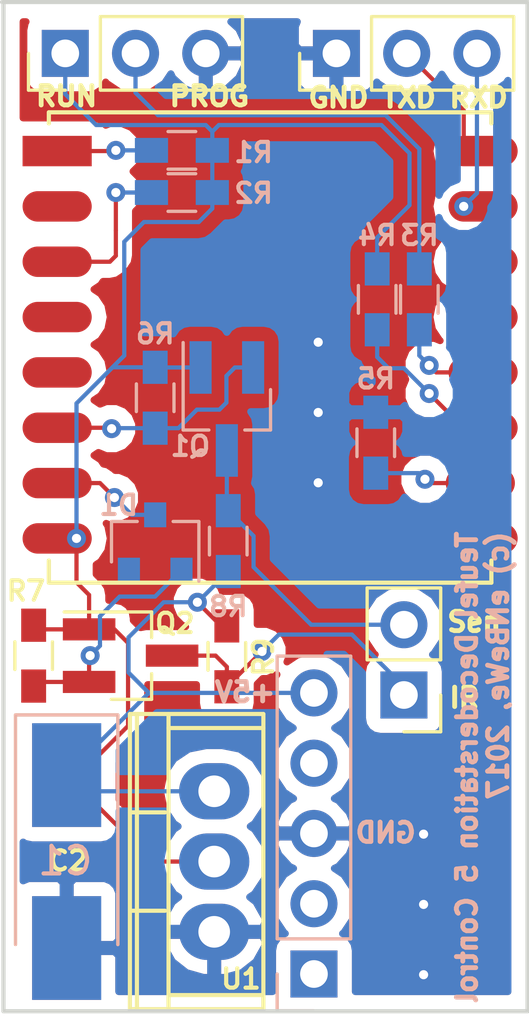
<source format=kicad_pcb>
(kicad_pcb (version 4) (host pcbnew 4.0.7-e2-6376~58~ubuntu16.04.1)

  (general
    (links 38)
    (no_connects 0)
    (area 164.2576 76.98638 186.7454 118.3178)
    (thickness 1.6)
    (drawings 11)
    (tracks 145)
    (zones 0)
    (modules 20)
    (nets 25)
  )

  (page A4)
  (layers
    (0 F.Cu mixed)
    (31 B.Cu mixed)
    (34 B.Paste user)
    (35 F.Paste user)
    (36 B.SilkS user)
    (37 F.SilkS user)
    (38 B.Mask user)
    (39 F.Mask user)
    (40 Dwgs.User user)
    (41 Cmts.User user)
    (42 Eco1.User user)
    (43 Eco2.User user)
    (44 Edge.Cuts user)
    (45 Margin user)
  )

  (setup
    (last_trace_width 0.1524)
    (trace_clearance 0.1524)
    (zone_clearance 0.508)
    (zone_45_only yes)
    (trace_min 0.1524)
    (segment_width 0.2)
    (edge_width 0.15)
    (via_size 0.6858)
    (via_drill 0.3302)
    (via_min_size 0.6858)
    (via_min_drill 0.3302)
    (uvia_size 0.762)
    (uvia_drill 0.508)
    (uvias_allowed no)
    (uvia_min_size 0)
    (uvia_min_drill 0)
    (pcb_text_width 0.3)
    (pcb_text_size 0.7 0.7)
    (mod_edge_width 0.15)
    (mod_text_size 0.7 0.7)
    (mod_text_width 0.15)
    (pad_size 1.524 1.524)
    (pad_drill 0.762)
    (pad_to_mask_clearance 0.2)
    (aux_axis_origin 0 0)
    (grid_origin 166.219 116.2558)
    (visible_elements FFFFFFFF)
    (pcbplotparams
      (layerselection 0x00030_80000001)
      (usegerberextensions false)
      (excludeedgelayer true)
      (linewidth 0.100000)
      (plotframeref false)
      (viasonmask false)
      (mode 1)
      (useauxorigin false)
      (hpglpennumber 1)
      (hpglpenspeed 20)
      (hpglpendiameter 15)
      (hpglpenoverlay 2)
      (psnegative false)
      (psa4output false)
      (plotreference true)
      (plotvalue true)
      (plotinvisibletext false)
      (padsonsilk false)
      (subtractmaskfromsilk false)
      (outputformat 1)
      (mirror false)
      (drillshape 1)
      (scaleselection 1)
      (outputdirectory ""))
  )

  (net 0 "")
  (net 1 +5V)
  (net 2 GND)
  (net 3 +3V3)
  (net 4 /IRSend3V3)
  (net 5 "Net-(D1-Pad1)")
  (net 6 "Net-(J1-Pad1)")
  (net 7 "Net-(J1-Pad2)")
  (net 8 "Net-(J1-Pad4)")
  (net 9 /IRSend5V)
  (net 10 /Sense5V)
  (net 11 /TXD)
  (net 12 /RXD)
  (net 13 /PROG/RUN)
  (net 14 /Sense3V3)
  (net 15 "Net-(R1-Pad1)")
  (net 16 "Net-(R2-Pad1)")
  (net 17 "Net-(R3-Pad2)")
  (net 18 "Net-(R4-Pad2)")
  (net 19 "Net-(R5-Pad2)")
  (net 20 "Net-(U2-Pad2)")
  (net 21 "Net-(U2-Pad4)")
  (net 22 "Net-(U2-Pad5)")
  (net 23 "Net-(U2-Pad13)")
  (net 24 "Net-(U2-Pad14)")

  (net_class Default "Dies ist die voreingestellte Netzklasse."
    (clearance 0.1524)
    (trace_width 0.1524)
    (via_dia 0.6858)
    (via_drill 0.3302)
    (uvia_dia 0.762)
    (uvia_drill 0.508)
    (add_net +3V3)
    (add_net +5V)
    (add_net /IRSend3V3)
    (add_net /IRSend5V)
    (add_net /PROG/RUN)
    (add_net /RXD)
    (add_net /Sense3V3)
    (add_net /Sense5V)
    (add_net /TXD)
    (add_net GND)
    (add_net "Net-(D1-Pad1)")
    (add_net "Net-(J1-Pad1)")
    (add_net "Net-(J1-Pad2)")
    (add_net "Net-(J1-Pad4)")
    (add_net "Net-(R1-Pad1)")
    (add_net "Net-(R2-Pad1)")
    (add_net "Net-(R3-Pad2)")
    (add_net "Net-(R4-Pad2)")
    (add_net "Net-(R5-Pad2)")
    (add_net "Net-(U2-Pad13)")
    (add_net "Net-(U2-Pad14)")
    (add_net "Net-(U2-Pad2)")
    (add_net "Net-(U2-Pad4)")
    (add_net "Net-(U2-Pad5)")
  )

  (module Capacitors_Tantalum_SMD:CP_Tantalum_Case-C_EIA-6032-28_Hand (layer B.Cu) (tedit 59B92ABE) (tstamp 59B9059F)
    (at 168.5544 110.8964 270)
    (descr "Tantalum capacitor, Case C, EIA 6032-28, 6.0x3.2x2.5mm, Hand soldering footprint")
    (tags "capacitor tantalum smd")
    (path /59B8DFDA)
    (attr smd)
    (fp_text reference C1 (at -0.0254 0.0494 360) (layer B.SilkS)
      (effects (font (size 1 1) (thickness 0.15)) (justify mirror))
    )
    (fp_text value 10u (at 0 -3.35 270) (layer B.Fab)
      (effects (font (size 1 1) (thickness 0.15)) (justify mirror))
    )
    (fp_text user %R (at 0 0 270) (layer B.Fab)
      (effects (font (size 1 1) (thickness 0.15)) (justify mirror))
    )
    (fp_line (start -5.4 2) (end -5.4 -2) (layer B.CrtYd) (width 0.05))
    (fp_line (start -5.4 -2) (end 5.4 -2) (layer B.CrtYd) (width 0.05))
    (fp_line (start 5.4 -2) (end 5.4 2) (layer B.CrtYd) (width 0.05))
    (fp_line (start 5.4 2) (end -5.4 2) (layer B.CrtYd) (width 0.05))
    (fp_line (start -3 1.6) (end -3 -1.6) (layer B.Fab) (width 0.1))
    (fp_line (start -3 -1.6) (end 3 -1.6) (layer B.Fab) (width 0.1))
    (fp_line (start 3 -1.6) (end 3 1.6) (layer B.Fab) (width 0.1))
    (fp_line (start 3 1.6) (end -3 1.6) (layer B.Fab) (width 0.1))
    (fp_line (start -2.4 1.6) (end -2.4 -1.6) (layer B.Fab) (width 0.1))
    (fp_line (start -2.1 1.6) (end -2.1 -1.6) (layer B.Fab) (width 0.1))
    (fp_line (start -5.3 1.85) (end 3 1.85) (layer B.SilkS) (width 0.12))
    (fp_line (start -5.3 -1.85) (end 3 -1.85) (layer B.SilkS) (width 0.12))
    (fp_line (start -5.3 1.85) (end -5.3 -1.85) (layer B.SilkS) (width 0.12))
    (pad 1 smd rect (at -3.125 0 270) (size 3.75 2.5) (layers B.Cu B.Paste B.Mask)
      (net 1 +5V))
    (pad 2 smd rect (at 3.125 0 270) (size 3.75 2.5) (layers B.Cu B.Paste B.Mask)
      (net 2 GND))
    (model Capacitors_Tantalum_SMD.3dshapes/CP_Tantalum_Case-C_EIA-6032-28.wrl
      (at (xyz 0 0 0))
      (scale (xyz 1 1 1))
      (rotate (xyz 0 0 0))
    )
  )

  (module Capacitors_Tantalum_SMD:CP_Tantalum_Case-C_EIA-6032-28_Hand (layer F.Cu) (tedit 59B9290E) (tstamp 59B905A5)
    (at 168.5544 110.8964 270)
    (descr "Tantalum capacitor, Case C, EIA 6032-28, 6.0x3.2x2.5mm, Hand soldering footprint")
    (tags "capacitor tantalum smd")
    (path /59B8E22F)
    (attr smd)
    (fp_text reference C2 (at -0.0254 -0.0522 360) (layer F.SilkS)
      (effects (font (size 0.7 0.7) (thickness 0.15)))
    )
    (fp_text value 10u (at 0 3.35 270) (layer F.Fab)
      (effects (font (size 1 1) (thickness 0.15)))
    )
    (fp_text user %R (at 0 0 270) (layer F.Fab)
      (effects (font (size 1 1) (thickness 0.15)))
    )
    (fp_line (start -5.4 -2) (end -5.4 2) (layer F.CrtYd) (width 0.05))
    (fp_line (start -5.4 2) (end 5.4 2) (layer F.CrtYd) (width 0.05))
    (fp_line (start 5.4 2) (end 5.4 -2) (layer F.CrtYd) (width 0.05))
    (fp_line (start 5.4 -2) (end -5.4 -2) (layer F.CrtYd) (width 0.05))
    (fp_line (start -3 -1.6) (end -3 1.6) (layer F.Fab) (width 0.1))
    (fp_line (start -3 1.6) (end 3 1.6) (layer F.Fab) (width 0.1))
    (fp_line (start 3 1.6) (end 3 -1.6) (layer F.Fab) (width 0.1))
    (fp_line (start 3 -1.6) (end -3 -1.6) (layer F.Fab) (width 0.1))
    (fp_line (start -2.4 -1.6) (end -2.4 1.6) (layer F.Fab) (width 0.1))
    (fp_line (start -2.1 -1.6) (end -2.1 1.6) (layer F.Fab) (width 0.1))
    (fp_line (start -5.3 -1.85) (end 3 -1.85) (layer F.SilkS) (width 0.12))
    (fp_line (start -5.3 1.85) (end 3 1.85) (layer F.SilkS) (width 0.12))
    (fp_line (start -5.3 -1.85) (end -5.3 1.85) (layer F.SilkS) (width 0.12))
    (pad 1 smd rect (at -3.125 0 270) (size 3.75 2.5) (layers F.Cu F.Paste F.Mask)
      (net 3 +3V3))
    (pad 2 smd rect (at 3.125 0 270) (size 3.75 2.5) (layers F.Cu F.Paste F.Mask)
      (net 2 GND))
    (model Capacitors_Tantalum_SMD.3dshapes/CP_Tantalum_Case-C_EIA-6032-28.wrl
      (at (xyz 0 0 0))
      (scale (xyz 1 1 1))
      (rotate (xyz 0 0 0))
    )
  )

  (module Diodes_SMD:D_SOT-23_ANK (layer B.Cu) (tedit 59B92AFC) (tstamp 59B905AC)
    (at 171.7548 99.3648 90)
    (descr "SOT-23, Single Diode")
    (tags SOT-23)
    (path /59B8EA7A)
    (attr smd)
    (fp_text reference D1 (at 1.3462 -1.3194 180) (layer B.SilkS)
      (effects (font (size 0.7 0.7) (thickness 0.15)) (justify mirror))
    )
    (fp_text value D_Schottky (at 0 -2.5 90) (layer B.Fab)
      (effects (font (size 1 1) (thickness 0.15)) (justify mirror))
    )
    (fp_text user %R (at 0 2.5 90) (layer B.Fab)
      (effects (font (size 1 1) (thickness 0.15)) (justify mirror))
    )
    (fp_line (start -0.15 0.45) (end -0.4 0.45) (layer B.Fab) (width 0.1))
    (fp_line (start -0.15 0.25) (end 0.15 0.45) (layer B.Fab) (width 0.1))
    (fp_line (start -0.15 0.65) (end -0.15 0.25) (layer B.Fab) (width 0.1))
    (fp_line (start 0.15 0.45) (end -0.15 0.65) (layer B.Fab) (width 0.1))
    (fp_line (start 0.15 0.45) (end 0.4 0.45) (layer B.Fab) (width 0.1))
    (fp_line (start 0.15 0.65) (end 0.15 0.25) (layer B.Fab) (width 0.1))
    (fp_line (start 0.76 -1.58) (end 0.76 -0.65) (layer B.SilkS) (width 0.12))
    (fp_line (start 0.76 1.58) (end 0.76 0.65) (layer B.SilkS) (width 0.12))
    (fp_line (start 0.7 1.52) (end 0.7 -1.52) (layer B.Fab) (width 0.1))
    (fp_line (start -0.7 -1.52) (end 0.7 -1.52) (layer B.Fab) (width 0.1))
    (fp_line (start -1.7 1.75) (end 1.7 1.75) (layer B.CrtYd) (width 0.05))
    (fp_line (start 1.7 1.75) (end 1.7 -1.75) (layer B.CrtYd) (width 0.05))
    (fp_line (start 1.7 -1.75) (end -1.7 -1.75) (layer B.CrtYd) (width 0.05))
    (fp_line (start -1.7 -1.75) (end -1.7 1.75) (layer B.CrtYd) (width 0.05))
    (fp_line (start 0.76 1.58) (end -1.4 1.58) (layer B.SilkS) (width 0.12))
    (fp_line (start -0.7 1.52) (end 0.7 1.52) (layer B.Fab) (width 0.1))
    (fp_line (start -0.7 1.52) (end -0.7 -1.52) (layer B.Fab) (width 0.1))
    (fp_line (start 0.76 -1.58) (end -0.7 -1.58) (layer B.SilkS) (width 0.12))
    (pad 2 smd rect (at -1 0.95 90) (size 0.9 0.8) (layers B.Cu B.Paste B.Mask)
      (net 4 /IRSend3V3))
    (pad "" smd rect (at -1 -0.95 90) (size 0.9 0.8) (layers B.Cu B.Paste B.Mask))
    (pad 1 smd rect (at 1 0 90) (size 0.9 0.8) (layers B.Cu B.Paste B.Mask)
      (net 5 "Net-(D1-Pad1)"))
    (model ${KISYS3DMOD}/Diodes_SMD.3dshapes/D_SOT-23.wrl
      (at (xyz 0 0 0))
      (scale (xyz 1 1 1))
      (rotate (xyz 0 0 0))
    )
  )

  (module Pin_Headers:Pin_Header_Straight_1x05_Pitch2.54mm (layer B.Cu) (tedit 59B92B34) (tstamp 59B905B5)
    (at 177.4952 114.9604)
    (descr "Through hole straight pin header, 1x05, 2.54mm pitch, single row")
    (tags "Through hole pin header THT 1x05 2.54mm single row")
    (path /59B8E399)
    (fp_text reference J1 (at 0 2.33) (layer B.SilkS) hide
      (effects (font (size 1 1) (thickness 0.15)) (justify mirror))
    )
    (fp_text value Conn_01x05 (at 0 -12.49) (layer B.Fab)
      (effects (font (size 1 1) (thickness 0.15)) (justify mirror))
    )
    (fp_line (start -0.635 1.27) (end 1.27 1.27) (layer B.Fab) (width 0.1))
    (fp_line (start 1.27 1.27) (end 1.27 -11.43) (layer B.Fab) (width 0.1))
    (fp_line (start 1.27 -11.43) (end -1.27 -11.43) (layer B.Fab) (width 0.1))
    (fp_line (start -1.27 -11.43) (end -1.27 0.635) (layer B.Fab) (width 0.1))
    (fp_line (start -1.27 0.635) (end -0.635 1.27) (layer B.Fab) (width 0.1))
    (fp_line (start -1.33 -11.49) (end 1.33 -11.49) (layer B.SilkS) (width 0.12))
    (fp_line (start -1.33 -1.27) (end -1.33 -11.49) (layer B.SilkS) (width 0.12))
    (fp_line (start 1.33 -1.27) (end 1.33 -11.49) (layer B.SilkS) (width 0.12))
    (fp_line (start -1.33 -1.27) (end 1.33 -1.27) (layer B.SilkS) (width 0.12))
    (fp_line (start -1.33 0) (end -1.33 1.33) (layer B.SilkS) (width 0.12))
    (fp_line (start -1.33 1.33) (end 0 1.33) (layer B.SilkS) (width 0.12))
    (fp_line (start -1.8 1.8) (end -1.8 -11.95) (layer B.CrtYd) (width 0.05))
    (fp_line (start -1.8 -11.95) (end 1.8 -11.95) (layer B.CrtYd) (width 0.05))
    (fp_line (start 1.8 -11.95) (end 1.8 1.8) (layer B.CrtYd) (width 0.05))
    (fp_line (start 1.8 1.8) (end -1.8 1.8) (layer B.CrtYd) (width 0.05))
    (fp_text user %R (at 0 -5.08 270) (layer B.Fab)
      (effects (font (size 1 1) (thickness 0.15)) (justify mirror))
    )
    (pad 1 thru_hole rect (at 0 0) (size 1.7 1.7) (drill 1) (layers *.Cu *.Mask)
      (net 6 "Net-(J1-Pad1)"))
    (pad 2 thru_hole oval (at 0 -2.54) (size 1.7 1.7) (drill 1) (layers *.Cu *.Mask)
      (net 7 "Net-(J1-Pad2)"))
    (pad 3 thru_hole oval (at 0 -5.08) (size 1.7 1.7) (drill 1) (layers *.Cu *.Mask)
      (net 2 GND))
    (pad 4 thru_hole oval (at 0 -7.62) (size 1.7 1.7) (drill 1) (layers *.Cu *.Mask)
      (net 8 "Net-(J1-Pad4)"))
    (pad 5 thru_hole oval (at 0 -10.16) (size 1.7 1.7) (drill 1) (layers *.Cu *.Mask)
      (net 1 +5V))
    (model ${KISYS3DMOD}/Pin_Headers.3dshapes/Pin_Header_Straight_1x05_Pitch2.54mm.wrl
      (at (xyz 0 0 0))
      (scale (xyz 1 1 1))
      (rotate (xyz 0 0 0))
    )
  )

  (module Pin_Headers:Pin_Header_Straight_1x02_Pitch2.54mm (layer F.Cu) (tedit 59B9276A) (tstamp 59B905BB)
    (at 180.7478 104.8766 180)
    (descr "Through hole straight pin header, 1x02, 2.54mm pitch, single row")
    (tags "Through hole pin header THT 1x02 2.54mm single row")
    (path /59B8EB7B)
    (fp_text reference J2 (at 0 -2.33 180) (layer F.SilkS) hide
      (effects (font (size 1 1) (thickness 0.15)))
    )
    (fp_text value Conn_01x02 (at 0 4.87 180) (layer F.Fab)
      (effects (font (size 1 1) (thickness 0.15)))
    )
    (fp_line (start -0.635 -1.27) (end 1.27 -1.27) (layer F.Fab) (width 0.1))
    (fp_line (start 1.27 -1.27) (end 1.27 3.81) (layer F.Fab) (width 0.1))
    (fp_line (start 1.27 3.81) (end -1.27 3.81) (layer F.Fab) (width 0.1))
    (fp_line (start -1.27 3.81) (end -1.27 -0.635) (layer F.Fab) (width 0.1))
    (fp_line (start -1.27 -0.635) (end -0.635 -1.27) (layer F.Fab) (width 0.1))
    (fp_line (start -1.33 3.87) (end 1.33 3.87) (layer F.SilkS) (width 0.12))
    (fp_line (start -1.33 1.27) (end -1.33 3.87) (layer F.SilkS) (width 0.12))
    (fp_line (start 1.33 1.27) (end 1.33 3.87) (layer F.SilkS) (width 0.12))
    (fp_line (start -1.33 1.27) (end 1.33 1.27) (layer F.SilkS) (width 0.12))
    (fp_line (start -1.33 0) (end -1.33 -1.33) (layer F.SilkS) (width 0.12))
    (fp_line (start -1.33 -1.33) (end 0 -1.33) (layer F.SilkS) (width 0.12))
    (fp_line (start -1.8 -1.8) (end -1.8 4.35) (layer F.CrtYd) (width 0.05))
    (fp_line (start -1.8 4.35) (end 1.8 4.35) (layer F.CrtYd) (width 0.05))
    (fp_line (start 1.8 4.35) (end 1.8 -1.8) (layer F.CrtYd) (width 0.05))
    (fp_line (start 1.8 -1.8) (end -1.8 -1.8) (layer F.CrtYd) (width 0.05))
    (fp_text user %R (at 0 1.27 270) (layer F.Fab)
      (effects (font (size 1 1) (thickness 0.15)))
    )
    (pad 1 thru_hole rect (at 0 0 180) (size 1.7 1.7) (drill 1) (layers *.Cu *.Mask)
      (net 9 /IRSend5V))
    (pad 2 thru_hole oval (at 0 2.54 180) (size 1.7 1.7) (drill 1) (layers *.Cu *.Mask)
      (net 10 /Sense5V))
    (model ${KISYS3DMOD}/Pin_Headers.3dshapes/Pin_Header_Straight_1x02_Pitch2.54mm.wrl
      (at (xyz 0 0 0))
      (scale (xyz 1 1 1))
      (rotate (xyz 0 0 0))
    )
  )

  (module Pin_Headers:Pin_Header_Straight_1x03_Pitch2.54mm (layer F.Cu) (tedit 59B9296C) (tstamp 59B905C2)
    (at 178.308 81.6864 90)
    (descr "Through hole straight pin header, 1x03, 2.54mm pitch, single row")
    (tags "Through hole pin header THT 1x03 2.54mm single row")
    (path /59B8EC26)
    (fp_text reference J3 (at 0 -2.33 90) (layer F.SilkS) hide
      (effects (font (size 1 1) (thickness 0.15)))
    )
    (fp_text value Conn_01x03 (at 0 7.41 90) (layer F.Fab)
      (effects (font (size 1 1) (thickness 0.15)))
    )
    (fp_line (start -0.635 -1.27) (end 1.27 -1.27) (layer F.Fab) (width 0.1))
    (fp_line (start 1.27 -1.27) (end 1.27 6.35) (layer F.Fab) (width 0.1))
    (fp_line (start 1.27 6.35) (end -1.27 6.35) (layer F.Fab) (width 0.1))
    (fp_line (start -1.27 6.35) (end -1.27 -0.635) (layer F.Fab) (width 0.1))
    (fp_line (start -1.27 -0.635) (end -0.635 -1.27) (layer F.Fab) (width 0.1))
    (fp_line (start -1.33 6.41) (end 1.33 6.41) (layer F.SilkS) (width 0.12))
    (fp_line (start -1.33 1.27) (end -1.33 6.41) (layer F.SilkS) (width 0.12))
    (fp_line (start 1.33 1.27) (end 1.33 6.41) (layer F.SilkS) (width 0.12))
    (fp_line (start -1.33 1.27) (end 1.33 1.27) (layer F.SilkS) (width 0.12))
    (fp_line (start -1.33 0) (end -1.33 -1.33) (layer F.SilkS) (width 0.12))
    (fp_line (start -1.33 -1.33) (end 0 -1.33) (layer F.SilkS) (width 0.12))
    (fp_line (start -1.8 -1.8) (end -1.8 6.85) (layer F.CrtYd) (width 0.05))
    (fp_line (start -1.8 6.85) (end 1.8 6.85) (layer F.CrtYd) (width 0.05))
    (fp_line (start 1.8 6.85) (end 1.8 -1.8) (layer F.CrtYd) (width 0.05))
    (fp_line (start 1.8 -1.8) (end -1.8 -1.8) (layer F.CrtYd) (width 0.05))
    (fp_text user %R (at 0 2.54 180) (layer F.Fab)
      (effects (font (size 1 1) (thickness 0.15)))
    )
    (pad 1 thru_hole rect (at 0 0 90) (size 1.7 1.7) (drill 1) (layers *.Cu *.Mask)
      (net 2 GND))
    (pad 2 thru_hole oval (at 0 2.54 90) (size 1.7 1.7) (drill 1) (layers *.Cu *.Mask)
      (net 11 /TXD))
    (pad 3 thru_hole oval (at 0 5.08 90) (size 1.7 1.7) (drill 1) (layers *.Cu *.Mask)
      (net 12 /RXD))
    (model ${KISYS3DMOD}/Pin_Headers.3dshapes/Pin_Header_Straight_1x03_Pitch2.54mm.wrl
      (at (xyz 0 0 0))
      (scale (xyz 1 1 1))
      (rotate (xyz 0 0 0))
    )
  )

  (module Pin_Headers:Pin_Header_Straight_1x03_Pitch2.54mm (layer F.Cu) (tedit 59B92979) (tstamp 59B905C9)
    (at 168.5036 81.6864 90)
    (descr "Through hole straight pin header, 1x03, 2.54mm pitch, single row")
    (tags "Through hole pin header THT 1x03 2.54mm single row")
    (path /59B8ECA0)
    (fp_text reference J4 (at 0 -2.33 90) (layer F.SilkS) hide
      (effects (font (size 1 1) (thickness 0.15)))
    )
    (fp_text value Conn_01x03 (at 0 7.41 90) (layer F.Fab)
      (effects (font (size 1 1) (thickness 0.15)))
    )
    (fp_line (start -0.635 -1.27) (end 1.27 -1.27) (layer F.Fab) (width 0.1))
    (fp_line (start 1.27 -1.27) (end 1.27 6.35) (layer F.Fab) (width 0.1))
    (fp_line (start 1.27 6.35) (end -1.27 6.35) (layer F.Fab) (width 0.1))
    (fp_line (start -1.27 6.35) (end -1.27 -0.635) (layer F.Fab) (width 0.1))
    (fp_line (start -1.27 -0.635) (end -0.635 -1.27) (layer F.Fab) (width 0.1))
    (fp_line (start -1.33 6.41) (end 1.33 6.41) (layer F.SilkS) (width 0.12))
    (fp_line (start -1.33 1.27) (end -1.33 6.41) (layer F.SilkS) (width 0.12))
    (fp_line (start 1.33 1.27) (end 1.33 6.41) (layer F.SilkS) (width 0.12))
    (fp_line (start -1.33 1.27) (end 1.33 1.27) (layer F.SilkS) (width 0.12))
    (fp_line (start -1.33 0) (end -1.33 -1.33) (layer F.SilkS) (width 0.12))
    (fp_line (start -1.33 -1.33) (end 0 -1.33) (layer F.SilkS) (width 0.12))
    (fp_line (start -1.8 -1.8) (end -1.8 6.85) (layer F.CrtYd) (width 0.05))
    (fp_line (start -1.8 6.85) (end 1.8 6.85) (layer F.CrtYd) (width 0.05))
    (fp_line (start 1.8 6.85) (end 1.8 -1.8) (layer F.CrtYd) (width 0.05))
    (fp_line (start 1.8 -1.8) (end -1.8 -1.8) (layer F.CrtYd) (width 0.05))
    (fp_text user %R (at 0 2.54 180) (layer F.Fab)
      (effects (font (size 1 1) (thickness 0.15)))
    )
    (pad 1 thru_hole rect (at 0 0 90) (size 1.7 1.7) (drill 1) (layers *.Cu *.Mask)
      (net 3 +3V3))
    (pad 2 thru_hole oval (at 0 2.54 90) (size 1.7 1.7) (drill 1) (layers *.Cu *.Mask)
      (net 13 /PROG/RUN))
    (pad 3 thru_hole oval (at 0 5.08 90) (size 1.7 1.7) (drill 1) (layers *.Cu *.Mask)
      (net 2 GND))
    (model ${KISYS3DMOD}/Pin_Headers.3dshapes/Pin_Header_Straight_1x03_Pitch2.54mm.wrl
      (at (xyz 0 0 0))
      (scale (xyz 1 1 1))
      (rotate (xyz 0 0 0))
    )
  )

  (module TO_SOT_Packages_SMD:SOT-23_Handsoldering (layer B.Cu) (tedit 59B92B0E) (tstamp 59B905D0)
    (at 174.3456 94.5388 270)
    (descr "SOT-23, Handsoldering")
    (tags SOT-23)
    (path /59B91549)
    (attr smd)
    (fp_text reference Q1 (at 1.3462 1.3194 360) (layer B.SilkS)
      (effects (font (size 0.7 0.7) (thickness 0.15)) (justify mirror))
    )
    (fp_text value BSS138 (at 0 -2.5 270) (layer B.Fab)
      (effects (font (size 1 1) (thickness 0.15)) (justify mirror))
    )
    (fp_text user %R (at 0 0 540) (layer B.Fab)
      (effects (font (size 0.5 0.5) (thickness 0.075)) (justify mirror))
    )
    (fp_line (start 0.76 -1.58) (end 0.76 -0.65) (layer B.SilkS) (width 0.12))
    (fp_line (start 0.76 1.58) (end 0.76 0.65) (layer B.SilkS) (width 0.12))
    (fp_line (start -2.7 1.75) (end 2.7 1.75) (layer B.CrtYd) (width 0.05))
    (fp_line (start 2.7 1.75) (end 2.7 -1.75) (layer B.CrtYd) (width 0.05))
    (fp_line (start 2.7 -1.75) (end -2.7 -1.75) (layer B.CrtYd) (width 0.05))
    (fp_line (start -2.7 -1.75) (end -2.7 1.75) (layer B.CrtYd) (width 0.05))
    (fp_line (start 0.76 1.58) (end -2.4 1.58) (layer B.SilkS) (width 0.12))
    (fp_line (start -0.7 0.95) (end -0.7 -1.5) (layer B.Fab) (width 0.1))
    (fp_line (start -0.15 1.52) (end 0.7 1.52) (layer B.Fab) (width 0.1))
    (fp_line (start -0.7 0.95) (end -0.15 1.52) (layer B.Fab) (width 0.1))
    (fp_line (start 0.7 1.52) (end 0.7 -1.52) (layer B.Fab) (width 0.1))
    (fp_line (start -0.7 -1.52) (end 0.7 -1.52) (layer B.Fab) (width 0.1))
    (fp_line (start 0.76 -1.58) (end -0.7 -1.58) (layer B.SilkS) (width 0.12))
    (pad 1 smd rect (at -1.5 0.95 270) (size 1.9 0.8) (layers B.Cu B.Paste B.Mask)
      (net 3 +3V3))
    (pad 2 smd rect (at -1.5 -0.95 270) (size 1.9 0.8) (layers B.Cu B.Paste B.Mask)
      (net 14 /Sense3V3))
    (pad 3 smd rect (at 1.5 0 270) (size 1.9 0.8) (layers B.Cu B.Paste B.Mask)
      (net 10 /Sense5V))
    (model ${KISYS3DMOD}/TO_SOT_Packages_SMD.3dshapes\SOT-23.wrl
      (at (xyz 0 0 0))
      (scale (xyz 1 1 1))
      (rotate (xyz 0 0 0))
    )
  )

  (module TO_SOT_Packages_SMD:SOT-23_Handsoldering (layer F.Cu) (tedit 59B928DF) (tstamp 59B905D7)
    (at 170.8658 103.4542)
    (descr "SOT-23, Handsoldering")
    (tags SOT-23)
    (path /59B90A53)
    (attr smd)
    (fp_text reference Q2 (at 1.6016 -1.1684) (layer F.SilkS)
      (effects (font (size 0.7 0.7) (thickness 0.15)))
    )
    (fp_text value BSS138 (at 0 2.5) (layer F.Fab)
      (effects (font (size 1 1) (thickness 0.15)))
    )
    (fp_text user %R (at 0 0 90) (layer F.Fab)
      (effects (font (size 0.5 0.5) (thickness 0.075)))
    )
    (fp_line (start 0.76 1.58) (end 0.76 0.65) (layer F.SilkS) (width 0.12))
    (fp_line (start 0.76 -1.58) (end 0.76 -0.65) (layer F.SilkS) (width 0.12))
    (fp_line (start -2.7 -1.75) (end 2.7 -1.75) (layer F.CrtYd) (width 0.05))
    (fp_line (start 2.7 -1.75) (end 2.7 1.75) (layer F.CrtYd) (width 0.05))
    (fp_line (start 2.7 1.75) (end -2.7 1.75) (layer F.CrtYd) (width 0.05))
    (fp_line (start -2.7 1.75) (end -2.7 -1.75) (layer F.CrtYd) (width 0.05))
    (fp_line (start 0.76 -1.58) (end -2.4 -1.58) (layer F.SilkS) (width 0.12))
    (fp_line (start -0.7 -0.95) (end -0.7 1.5) (layer F.Fab) (width 0.1))
    (fp_line (start -0.15 -1.52) (end 0.7 -1.52) (layer F.Fab) (width 0.1))
    (fp_line (start -0.7 -0.95) (end -0.15 -1.52) (layer F.Fab) (width 0.1))
    (fp_line (start 0.7 -1.52) (end 0.7 1.52) (layer F.Fab) (width 0.1))
    (fp_line (start -0.7 1.52) (end 0.7 1.52) (layer F.Fab) (width 0.1))
    (fp_line (start 0.76 1.58) (end -0.7 1.58) (layer F.SilkS) (width 0.12))
    (pad 1 smd rect (at -1.5 -0.95) (size 1.9 0.8) (layers F.Cu F.Paste F.Mask)
      (net 3 +3V3))
    (pad 2 smd rect (at -1.5 0.95) (size 1.9 0.8) (layers F.Cu F.Paste F.Mask)
      (net 4 /IRSend3V3))
    (pad 3 smd rect (at 1.5 0) (size 1.9 0.8) (layers F.Cu F.Paste F.Mask)
      (net 9 /IRSend5V))
    (model ${KISYS3DMOD}/TO_SOT_Packages_SMD.3dshapes\SOT-23.wrl
      (at (xyz 0 0 0))
      (scale (xyz 1 1 1))
      (rotate (xyz 0 0 0))
    )
  )

  (module Resistors_SMD:R_0603_HandSoldering (layer B.Cu) (tedit 59B92A65) (tstamp 59B905DD)
    (at 172.72 85.1916)
    (descr "Resistor SMD 0603, hand soldering")
    (tags "resistor 0603")
    (path /59B8DF8D)
    (attr smd)
    (fp_text reference R1 (at 2.5922 0.0762) (layer B.SilkS)
      (effects (font (size 0.7 0.7) (thickness 0.15)) (justify mirror))
    )
    (fp_text value 10K (at 0 -1.55) (layer B.Fab)
      (effects (font (size 1 1) (thickness 0.15)) (justify mirror))
    )
    (fp_text user %R (at 0 0) (layer B.Fab)
      (effects (font (size 0.4 0.4) (thickness 0.075)) (justify mirror))
    )
    (fp_line (start -0.8 -0.4) (end -0.8 0.4) (layer B.Fab) (width 0.1))
    (fp_line (start 0.8 -0.4) (end -0.8 -0.4) (layer B.Fab) (width 0.1))
    (fp_line (start 0.8 0.4) (end 0.8 -0.4) (layer B.Fab) (width 0.1))
    (fp_line (start -0.8 0.4) (end 0.8 0.4) (layer B.Fab) (width 0.1))
    (fp_line (start 0.5 -0.68) (end -0.5 -0.68) (layer B.SilkS) (width 0.12))
    (fp_line (start -0.5 0.68) (end 0.5 0.68) (layer B.SilkS) (width 0.12))
    (fp_line (start -1.96 0.7) (end 1.95 0.7) (layer B.CrtYd) (width 0.05))
    (fp_line (start -1.96 0.7) (end -1.96 -0.7) (layer B.CrtYd) (width 0.05))
    (fp_line (start 1.95 -0.7) (end 1.95 0.7) (layer B.CrtYd) (width 0.05))
    (fp_line (start 1.95 -0.7) (end -1.96 -0.7) (layer B.CrtYd) (width 0.05))
    (pad 1 smd rect (at -1.1 0) (size 1.2 0.9) (layers B.Cu B.Paste B.Mask)
      (net 15 "Net-(R1-Pad1)"))
    (pad 2 smd rect (at 1.1 0) (size 1.2 0.9) (layers B.Cu B.Paste B.Mask)
      (net 3 +3V3))
    (model ${KISYS3DMOD}/Resistors_SMD.3dshapes/R_0603.wrl
      (at (xyz 0 0 0))
      (scale (xyz 1 1 1))
      (rotate (xyz 0 0 0))
    )
  )

  (module Resistors_SMD:R_0603_HandSoldering (layer B.Cu) (tedit 59B92A62) (tstamp 59B905E3)
    (at 172.72 86.7156)
    (descr "Resistor SMD 0603, hand soldering")
    (tags "resistor 0603")
    (path /59B8F195)
    (attr smd)
    (fp_text reference R2 (at 2.5922 0.0254) (layer B.SilkS)
      (effects (font (size 0.7 0.7) (thickness 0.15)) (justify mirror))
    )
    (fp_text value 10K (at 0 -1.55) (layer B.Fab)
      (effects (font (size 1 1) (thickness 0.15)) (justify mirror))
    )
    (fp_text user %R (at 0 0) (layer B.Fab)
      (effects (font (size 0.4 0.4) (thickness 0.075)) (justify mirror))
    )
    (fp_line (start -0.8 -0.4) (end -0.8 0.4) (layer B.Fab) (width 0.1))
    (fp_line (start 0.8 -0.4) (end -0.8 -0.4) (layer B.Fab) (width 0.1))
    (fp_line (start 0.8 0.4) (end 0.8 -0.4) (layer B.Fab) (width 0.1))
    (fp_line (start -0.8 0.4) (end 0.8 0.4) (layer B.Fab) (width 0.1))
    (fp_line (start 0.5 -0.68) (end -0.5 -0.68) (layer B.SilkS) (width 0.12))
    (fp_line (start -0.5 0.68) (end 0.5 0.68) (layer B.SilkS) (width 0.12))
    (fp_line (start -1.96 0.7) (end 1.95 0.7) (layer B.CrtYd) (width 0.05))
    (fp_line (start -1.96 0.7) (end -1.96 -0.7) (layer B.CrtYd) (width 0.05))
    (fp_line (start 1.95 -0.7) (end 1.95 0.7) (layer B.CrtYd) (width 0.05))
    (fp_line (start 1.95 -0.7) (end -1.96 -0.7) (layer B.CrtYd) (width 0.05))
    (pad 1 smd rect (at -1.1 0) (size 1.2 0.9) (layers B.Cu B.Paste B.Mask)
      (net 16 "Net-(R2-Pad1)"))
    (pad 2 smd rect (at 1.1 0) (size 1.2 0.9) (layers B.Cu B.Paste B.Mask)
      (net 3 +3V3))
    (model ${KISYS3DMOD}/Resistors_SMD.3dshapes/R_0603.wrl
      (at (xyz 0 0 0))
      (scale (xyz 1 1 1))
      (rotate (xyz 0 0 0))
    )
  )

  (module Resistors_SMD:R_0603_HandSoldering (layer B.Cu) (tedit 59B92AAE) (tstamp 59B905E9)
    (at 181.3052 90.5764 270)
    (descr "Resistor SMD 0603, hand soldering")
    (tags "resistor 0603")
    (path /59B8F2E9)
    (attr smd)
    (fp_text reference R3 (at -2.3114 -0.0014 360) (layer B.SilkS)
      (effects (font (size 0.7 0.7) (thickness 0.15)) (justify mirror))
    )
    (fp_text value 10K (at 0 -1.55 270) (layer B.Fab)
      (effects (font (size 1 1) (thickness 0.15)) (justify mirror))
    )
    (fp_text user %R (at 0 0 270) (layer B.Fab)
      (effects (font (size 0.4 0.4) (thickness 0.075)) (justify mirror))
    )
    (fp_line (start -0.8 -0.4) (end -0.8 0.4) (layer B.Fab) (width 0.1))
    (fp_line (start 0.8 -0.4) (end -0.8 -0.4) (layer B.Fab) (width 0.1))
    (fp_line (start 0.8 0.4) (end 0.8 -0.4) (layer B.Fab) (width 0.1))
    (fp_line (start -0.8 0.4) (end 0.8 0.4) (layer B.Fab) (width 0.1))
    (fp_line (start 0.5 -0.68) (end -0.5 -0.68) (layer B.SilkS) (width 0.12))
    (fp_line (start -0.5 0.68) (end 0.5 0.68) (layer B.SilkS) (width 0.12))
    (fp_line (start -1.96 0.7) (end 1.95 0.7) (layer B.CrtYd) (width 0.05))
    (fp_line (start -1.96 0.7) (end -1.96 -0.7) (layer B.CrtYd) (width 0.05))
    (fp_line (start 1.95 -0.7) (end 1.95 0.7) (layer B.CrtYd) (width 0.05))
    (fp_line (start 1.95 -0.7) (end -1.96 -0.7) (layer B.CrtYd) (width 0.05))
    (pad 1 smd rect (at -1.1 0 270) (size 1.2 0.9) (layers B.Cu B.Paste B.Mask)
      (net 13 /PROG/RUN))
    (pad 2 smd rect (at 1.1 0 270) (size 1.2 0.9) (layers B.Cu B.Paste B.Mask)
      (net 17 "Net-(R3-Pad2)"))
    (model ${KISYS3DMOD}/Resistors_SMD.3dshapes/R_0603.wrl
      (at (xyz 0 0 0))
      (scale (xyz 1 1 1))
      (rotate (xyz 0 0 0))
    )
  )

  (module Resistors_SMD:R_0603_HandSoldering (layer B.Cu) (tedit 59B92AAC) (tstamp 59B905EF)
    (at 179.7812 90.5764 270)
    (descr "Resistor SMD 0603, hand soldering")
    (tags "resistor 0603")
    (path /59B8F690)
    (attr smd)
    (fp_text reference R4 (at -2.3114 -0.0014 360) (layer B.SilkS)
      (effects (font (size 0.7 0.7) (thickness 0.15)) (justify mirror))
    )
    (fp_text value 10K (at 0 -1.55 270) (layer B.Fab)
      (effects (font (size 1 1) (thickness 0.15)) (justify mirror))
    )
    (fp_text user %R (at 0 0 270) (layer B.Fab)
      (effects (font (size 0.4 0.4) (thickness 0.075)) (justify mirror))
    )
    (fp_line (start -0.8 -0.4) (end -0.8 0.4) (layer B.Fab) (width 0.1))
    (fp_line (start 0.8 -0.4) (end -0.8 -0.4) (layer B.Fab) (width 0.1))
    (fp_line (start 0.8 0.4) (end 0.8 -0.4) (layer B.Fab) (width 0.1))
    (fp_line (start -0.8 0.4) (end 0.8 0.4) (layer B.Fab) (width 0.1))
    (fp_line (start 0.5 -0.68) (end -0.5 -0.68) (layer B.SilkS) (width 0.12))
    (fp_line (start -0.5 0.68) (end 0.5 0.68) (layer B.SilkS) (width 0.12))
    (fp_line (start -1.96 0.7) (end 1.95 0.7) (layer B.CrtYd) (width 0.05))
    (fp_line (start -1.96 0.7) (end -1.96 -0.7) (layer B.CrtYd) (width 0.05))
    (fp_line (start 1.95 -0.7) (end 1.95 0.7) (layer B.CrtYd) (width 0.05))
    (fp_line (start 1.95 -0.7) (end -1.96 -0.7) (layer B.CrtYd) (width 0.05))
    (pad 1 smd rect (at -1.1 0 270) (size 1.2 0.9) (layers B.Cu B.Paste B.Mask)
      (net 3 +3V3))
    (pad 2 smd rect (at 1.1 0 270) (size 1.2 0.9) (layers B.Cu B.Paste B.Mask)
      (net 18 "Net-(R4-Pad2)"))
    (model ${KISYS3DMOD}/Resistors_SMD.3dshapes/R_0603.wrl
      (at (xyz 0 0 0))
      (scale (xyz 1 1 1))
      (rotate (xyz 0 0 0))
    )
  )

  (module Resistors_SMD:R_0603_HandSoldering (layer B.Cu) (tedit 59B92AB3) (tstamp 59B905F5)
    (at 179.7304 95.758 270)
    (descr "Resistor SMD 0603, hand soldering")
    (tags "resistor 0603")
    (path /59B8F3DC)
    (attr smd)
    (fp_text reference R5 (at -2.3114 -0.0014 360) (layer B.SilkS)
      (effects (font (size 0.7 0.7) (thickness 0.15)) (justify mirror))
    )
    (fp_text value 10K (at 0 -1.55 270) (layer B.Fab)
      (effects (font (size 1 1) (thickness 0.15)) (justify mirror))
    )
    (fp_text user %R (at 0 0 270) (layer B.Fab)
      (effects (font (size 0.4 0.4) (thickness 0.075)) (justify mirror))
    )
    (fp_line (start -0.8 -0.4) (end -0.8 0.4) (layer B.Fab) (width 0.1))
    (fp_line (start 0.8 -0.4) (end -0.8 -0.4) (layer B.Fab) (width 0.1))
    (fp_line (start 0.8 0.4) (end 0.8 -0.4) (layer B.Fab) (width 0.1))
    (fp_line (start -0.8 0.4) (end 0.8 0.4) (layer B.Fab) (width 0.1))
    (fp_line (start 0.5 -0.68) (end -0.5 -0.68) (layer B.SilkS) (width 0.12))
    (fp_line (start -0.5 0.68) (end 0.5 0.68) (layer B.SilkS) (width 0.12))
    (fp_line (start -1.96 0.7) (end 1.95 0.7) (layer B.CrtYd) (width 0.05))
    (fp_line (start -1.96 0.7) (end -1.96 -0.7) (layer B.CrtYd) (width 0.05))
    (fp_line (start 1.95 -0.7) (end 1.95 0.7) (layer B.CrtYd) (width 0.05))
    (fp_line (start 1.95 -0.7) (end -1.96 -0.7) (layer B.CrtYd) (width 0.05))
    (pad 1 smd rect (at -1.1 0 270) (size 1.2 0.9) (layers B.Cu B.Paste B.Mask)
      (net 2 GND))
    (pad 2 smd rect (at 1.1 0 270) (size 1.2 0.9) (layers B.Cu B.Paste B.Mask)
      (net 19 "Net-(R5-Pad2)"))
    (model ${KISYS3DMOD}/Resistors_SMD.3dshapes/R_0603.wrl
      (at (xyz 0 0 0))
      (scale (xyz 1 1 1))
      (rotate (xyz 0 0 0))
    )
  )

  (module Resistors_SMD:R_0603_HandSoldering (layer B.Cu) (tedit 59B92B20) (tstamp 59B905FB)
    (at 171.7548 94.1324 90)
    (descr "Resistor SMD 0603, hand soldering")
    (tags "resistor 0603")
    (path /59B9154F)
    (attr smd)
    (fp_text reference R6 (at 2.3114 0.0014 180) (layer B.SilkS)
      (effects (font (size 0.7 0.7) (thickness 0.15)) (justify mirror))
    )
    (fp_text value 10K (at 0 -1.55 90) (layer B.Fab)
      (effects (font (size 1 1) (thickness 0.15)) (justify mirror))
    )
    (fp_text user %R (at 0 0 90) (layer B.Fab)
      (effects (font (size 0.4 0.4) (thickness 0.075)) (justify mirror))
    )
    (fp_line (start -0.8 -0.4) (end -0.8 0.4) (layer B.Fab) (width 0.1))
    (fp_line (start 0.8 -0.4) (end -0.8 -0.4) (layer B.Fab) (width 0.1))
    (fp_line (start 0.8 0.4) (end 0.8 -0.4) (layer B.Fab) (width 0.1))
    (fp_line (start -0.8 0.4) (end 0.8 0.4) (layer B.Fab) (width 0.1))
    (fp_line (start 0.5 -0.68) (end -0.5 -0.68) (layer B.SilkS) (width 0.12))
    (fp_line (start -0.5 0.68) (end 0.5 0.68) (layer B.SilkS) (width 0.12))
    (fp_line (start -1.96 0.7) (end 1.95 0.7) (layer B.CrtYd) (width 0.05))
    (fp_line (start -1.96 0.7) (end -1.96 -0.7) (layer B.CrtYd) (width 0.05))
    (fp_line (start 1.95 -0.7) (end 1.95 0.7) (layer B.CrtYd) (width 0.05))
    (fp_line (start 1.95 -0.7) (end -1.96 -0.7) (layer B.CrtYd) (width 0.05))
    (pad 1 smd rect (at -1.1 0 90) (size 1.2 0.9) (layers B.Cu B.Paste B.Mask)
      (net 14 /Sense3V3))
    (pad 2 smd rect (at 1.1 0 90) (size 1.2 0.9) (layers B.Cu B.Paste B.Mask)
      (net 3 +3V3))
    (model ${KISYS3DMOD}/Resistors_SMD.3dshapes/R_0603.wrl
      (at (xyz 0 0 0))
      (scale (xyz 1 1 1))
      (rotate (xyz 0 0 0))
    )
  )

  (module Resistors_SMD:R_0603_HandSoldering (layer F.Cu) (tedit 59B92928) (tstamp 59B90601)
    (at 167.3606 103.4542 90)
    (descr "Resistor SMD 0603, hand soldering")
    (tags "resistor 0603")
    (path /59B90AE6)
    (attr smd)
    (fp_text reference R7 (at 2.3368 -0.278 180) (layer F.SilkS)
      (effects (font (size 0.7 0.7) (thickness 0.15)))
    )
    (fp_text value 10K (at 0 1.55 90) (layer F.Fab)
      (effects (font (size 1 1) (thickness 0.15)))
    )
    (fp_text user %R (at 0 0 90) (layer F.Fab)
      (effects (font (size 0.4 0.4) (thickness 0.075)))
    )
    (fp_line (start -0.8 0.4) (end -0.8 -0.4) (layer F.Fab) (width 0.1))
    (fp_line (start 0.8 0.4) (end -0.8 0.4) (layer F.Fab) (width 0.1))
    (fp_line (start 0.8 -0.4) (end 0.8 0.4) (layer F.Fab) (width 0.1))
    (fp_line (start -0.8 -0.4) (end 0.8 -0.4) (layer F.Fab) (width 0.1))
    (fp_line (start 0.5 0.68) (end -0.5 0.68) (layer F.SilkS) (width 0.12))
    (fp_line (start -0.5 -0.68) (end 0.5 -0.68) (layer F.SilkS) (width 0.12))
    (fp_line (start -1.96 -0.7) (end 1.95 -0.7) (layer F.CrtYd) (width 0.05))
    (fp_line (start -1.96 -0.7) (end -1.96 0.7) (layer F.CrtYd) (width 0.05))
    (fp_line (start 1.95 0.7) (end 1.95 -0.7) (layer F.CrtYd) (width 0.05))
    (fp_line (start 1.95 0.7) (end -1.96 0.7) (layer F.CrtYd) (width 0.05))
    (pad 1 smd rect (at -1.1 0 90) (size 1.2 0.9) (layers F.Cu F.Paste F.Mask)
      (net 4 /IRSend3V3))
    (pad 2 smd rect (at 1.1 0 90) (size 1.2 0.9) (layers F.Cu F.Paste F.Mask)
      (net 3 +3V3))
    (model ${KISYS3DMOD}/Resistors_SMD.3dshapes/R_0603.wrl
      (at (xyz 0 0 0))
      (scale (xyz 1 1 1))
      (rotate (xyz 0 0 0))
    )
  )

  (module Resistors_SMD:R_0603_HandSoldering (layer B.Cu) (tedit 59B92AE6) (tstamp 59B90607)
    (at 174.3964 99.314 270)
    (descr "Resistor SMD 0603, hand soldering")
    (tags "resistor 0603")
    (path /59B91555)
    (attr smd)
    (fp_text reference R8 (at 2.3622 -0.0014 360) (layer B.SilkS)
      (effects (font (size 0.7 0.7) (thickness 0.15)) (justify mirror))
    )
    (fp_text value 10K (at 0 -1.55 270) (layer B.Fab)
      (effects (font (size 1 1) (thickness 0.15)) (justify mirror))
    )
    (fp_text user %R (at 0 0 270) (layer B.Fab)
      (effects (font (size 0.4 0.4) (thickness 0.075)) (justify mirror))
    )
    (fp_line (start -0.8 -0.4) (end -0.8 0.4) (layer B.Fab) (width 0.1))
    (fp_line (start 0.8 -0.4) (end -0.8 -0.4) (layer B.Fab) (width 0.1))
    (fp_line (start 0.8 0.4) (end 0.8 -0.4) (layer B.Fab) (width 0.1))
    (fp_line (start -0.8 0.4) (end 0.8 0.4) (layer B.Fab) (width 0.1))
    (fp_line (start 0.5 -0.68) (end -0.5 -0.68) (layer B.SilkS) (width 0.12))
    (fp_line (start -0.5 0.68) (end 0.5 0.68) (layer B.SilkS) (width 0.12))
    (fp_line (start -1.96 0.7) (end 1.95 0.7) (layer B.CrtYd) (width 0.05))
    (fp_line (start -1.96 0.7) (end -1.96 -0.7) (layer B.CrtYd) (width 0.05))
    (fp_line (start 1.95 -0.7) (end 1.95 0.7) (layer B.CrtYd) (width 0.05))
    (fp_line (start 1.95 -0.7) (end -1.96 -0.7) (layer B.CrtYd) (width 0.05))
    (pad 1 smd rect (at -1.1 0 270) (size 1.2 0.9) (layers B.Cu B.Paste B.Mask)
      (net 10 /Sense5V))
    (pad 2 smd rect (at 1.1 0 270) (size 1.2 0.9) (layers B.Cu B.Paste B.Mask)
      (net 1 +5V))
    (model ${KISYS3DMOD}/Resistors_SMD.3dshapes/R_0603.wrl
      (at (xyz 0 0 0))
      (scale (xyz 1 1 1))
      (rotate (xyz 0 0 0))
    )
  )

  (module Resistors_SMD:R_0603_HandSoldering (layer F.Cu) (tedit 59B928AF) (tstamp 59B9060D)
    (at 174.3456 103.4796 90)
    (descr "Resistor SMD 0603, hand soldering")
    (tags "resistor 0603")
    (path /59B90CAA)
    (attr smd)
    (fp_text reference R9 (at -0.0254 1.3222 90) (layer F.SilkS)
      (effects (font (size 0.7 0.7) (thickness 0.15)))
    )
    (fp_text value 10K (at 0 1.55 90) (layer F.Fab)
      (effects (font (size 1 1) (thickness 0.15)))
    )
    (fp_text user %R (at 0 0 90) (layer F.Fab)
      (effects (font (size 0.4 0.4) (thickness 0.075)))
    )
    (fp_line (start -0.8 0.4) (end -0.8 -0.4) (layer F.Fab) (width 0.1))
    (fp_line (start 0.8 0.4) (end -0.8 0.4) (layer F.Fab) (width 0.1))
    (fp_line (start 0.8 -0.4) (end 0.8 0.4) (layer F.Fab) (width 0.1))
    (fp_line (start -0.8 -0.4) (end 0.8 -0.4) (layer F.Fab) (width 0.1))
    (fp_line (start 0.5 0.68) (end -0.5 0.68) (layer F.SilkS) (width 0.12))
    (fp_line (start -0.5 -0.68) (end 0.5 -0.68) (layer F.SilkS) (width 0.12))
    (fp_line (start -1.96 -0.7) (end 1.95 -0.7) (layer F.CrtYd) (width 0.05))
    (fp_line (start -1.96 -0.7) (end -1.96 0.7) (layer F.CrtYd) (width 0.05))
    (fp_line (start 1.95 0.7) (end 1.95 -0.7) (layer F.CrtYd) (width 0.05))
    (fp_line (start 1.95 0.7) (end -1.96 0.7) (layer F.CrtYd) (width 0.05))
    (pad 1 smd rect (at -1.1 0 90) (size 1.2 0.9) (layers F.Cu F.Paste F.Mask)
      (net 9 /IRSend5V))
    (pad 2 smd rect (at 1.1 0 90) (size 1.2 0.9) (layers F.Cu F.Paste F.Mask)
      (net 1 +5V))
    (model ${KISYS3DMOD}/Resistors_SMD.3dshapes/R_0603.wrl
      (at (xyz 0 0 0))
      (scale (xyz 1 1 1))
      (rotate (xyz 0 0 0))
    )
  )

  (module Power_Integrations:TO-220 (layer F.Cu) (tedit 59B928FD) (tstamp 59B90614)
    (at 173.8884 110.8964 90)
    (descr "Non Isolated JEDEC TO-220 Package")
    (tags "Power Integration YN Package")
    (path /59B8DEFA)
    (fp_text reference U1 (at -4.2418 0.9666 180) (layer F.SilkS)
      (effects (font (size 0.7 0.7) (thickness 0.15)))
    )
    (fp_text value LM1117-3.3 (at 0 -4.318 90) (layer F.Fab)
      (effects (font (size 1 1) (thickness 0.15)))
    )
    (fp_line (start 4.826 -1.651) (end 4.826 1.778) (layer F.SilkS) (width 0.15))
    (fp_line (start -4.826 -1.651) (end -4.826 1.778) (layer F.SilkS) (width 0.15))
    (fp_line (start 5.334 -2.794) (end -5.334 -2.794) (layer F.SilkS) (width 0.15))
    (fp_line (start 1.778 -1.778) (end 1.778 -3.048) (layer F.SilkS) (width 0.15))
    (fp_line (start -1.778 -1.778) (end -1.778 -3.048) (layer F.SilkS) (width 0.15))
    (fp_line (start -5.334 -1.651) (end 5.334 -1.651) (layer F.SilkS) (width 0.15))
    (fp_line (start 5.334 1.778) (end -5.334 1.778) (layer F.SilkS) (width 0.15))
    (fp_line (start -5.334 -3.048) (end -5.334 1.778) (layer F.SilkS) (width 0.15))
    (fp_line (start 5.334 -3.048) (end 5.334 1.778) (layer F.SilkS) (width 0.15))
    (fp_line (start 5.334 -3.048) (end -5.334 -3.048) (layer F.SilkS) (width 0.15))
    (pad 2 thru_hole oval (at 0 0 90) (size 2.032 2.54) (drill 1.143) (layers *.Cu *.Mask)
      (net 3 +3V3))
    (pad 3 thru_hole oval (at 2.54 0 90) (size 2.032 2.54) (drill 1.143) (layers *.Cu *.Mask)
      (net 1 +5V))
    (pad 1 thru_hole oval (at -2.54 0 90) (size 2.032 2.54) (drill 1.143) (layers *.Cu *.Mask)
      (net 2 GND))
  )

  (module ESP82&&:ESP-07S (layer F.Cu) (tedit 59B9297F) (tstamp 59B90628)
    (at 168.91 85.217)
    (descr "Module, ESP-8266, ESP-07v2, 16 pad, SMD")
    (tags "Module ESP-8266 ESP8266")
    (path /59B8DE0D)
    (fp_text reference U2 (at -3.5 -1.5) (layer F.SilkS) hide
      (effects (font (size 1 1) (thickness 0.15)))
    )
    (fp_text value ESP-07v2 (at 7.25 2.25) (layer F.Fab)
      (effects (font (size 1 1) (thickness 0.15)))
    )
    (fp_line (start -2.25 -0.5) (end -2.25 -1.65) (layer F.CrtYd) (width 0.05))
    (fp_line (start -2.25 -1.65) (end 16.25 -1.65) (layer F.CrtYd) (width 0.05))
    (fp_line (start 16.25 -1.65) (end 16.25 16) (layer F.CrtYd) (width 0.05))
    (fp_line (start 16.25 16) (end -2.25 16) (layer F.CrtYd) (width 0.05))
    (fp_line (start -2.25 16) (end -2.25 -0.5) (layer F.CrtYd) (width 0.05))
    (fp_line (start -1 -1.4) (end 15 -1.4) (layer F.SilkS) (width 0.1524))
    (fp_line (start 15 -1.4) (end 15 -1) (layer F.SilkS) (width 0.1524))
    (fp_line (start -1 -1.4) (end -1 -1) (layer F.SilkS) (width 0.1524))
    (fp_line (start -1 14.8) (end -1 15.6) (layer F.SilkS) (width 0.1524))
    (fp_line (start -1 15.6) (end 15 15.6) (layer F.SilkS) (width 0.1524))
    (fp_line (start 15 15.6) (end 15 14.8) (layer F.SilkS) (width 0.1524))
    (fp_line (start 15 -1.4) (end 15 15.6) (layer F.Fab) (width 0.05))
    (fp_line (start 15 15.6) (end -1 15.6) (layer F.Fab) (width 0.05))
    (fp_line (start -1.008 15.6) (end -1.008 -1.4) (layer F.Fab) (width 0.05))
    (fp_line (start -1 -1.4) (end 15 -1.4) (layer F.Fab) (width 0.05))
    (pad 1 smd rect (at 0 0) (size 2.5 1.1) (drill (offset -0.7 0)) (layers F.Cu F.Paste F.Mask)
      (net 15 "Net-(R1-Pad1)"))
    (pad 2 smd oval (at 0 2) (size 2.5 1.1) (drill (offset -0.7 0)) (layers F.Cu F.Paste F.Mask)
      (net 20 "Net-(U2-Pad2)"))
    (pad 3 smd oval (at 0 4) (size 2.5 1.1) (drill (offset -0.7 0)) (layers F.Cu F.Paste F.Mask)
      (net 16 "Net-(R2-Pad1)"))
    (pad 4 smd oval (at 0 6) (size 2.5 1.1) (drill (offset -0.7 0)) (layers F.Cu F.Paste F.Mask)
      (net 21 "Net-(U2-Pad4)"))
    (pad 5 smd oval (at 0 8) (size 2.5 1.1) (drill (offset -0.7 0)) (layers F.Cu F.Paste F.Mask)
      (net 22 "Net-(U2-Pad5)"))
    (pad 6 smd oval (at 0 10) (size 2.5 1.1) (drill (offset -0.7 0)) (layers F.Cu F.Paste F.Mask)
      (net 14 /Sense3V3))
    (pad 7 smd oval (at 0 12) (size 2.5 1.1) (drill (offset -0.7 0)) (layers F.Cu F.Paste F.Mask)
      (net 5 "Net-(D1-Pad1)"))
    (pad 8 smd oval (at 0 14) (size 2.5 1.1) (drill (offset -0.7 0)) (layers F.Cu F.Paste F.Mask)
      (net 3 +3V3))
    (pad 9 smd oval (at 14 14) (size 2.5 1.1) (drill (offset 0.7 0)) (layers F.Cu F.Paste F.Mask)
      (net 2 GND))
    (pad 10 smd oval (at 14 12) (size 2.5 1.1) (drill (offset 0.6 0)) (layers F.Cu F.Paste F.Mask)
      (net 19 "Net-(R5-Pad2)"))
    (pad 11 smd oval (at 14 10) (size 2.5 1.1) (drill (offset 0.7 0)) (layers F.Cu F.Paste F.Mask)
      (net 18 "Net-(R4-Pad2)"))
    (pad 12 smd oval (at 14 8) (size 2.5 1.1) (drill (offset 0.7 0)) (layers F.Cu F.Paste F.Mask)
      (net 17 "Net-(R3-Pad2)"))
    (pad 13 smd oval (at 14 6) (size 2.5 1.1) (drill (offset 0.7 0)) (layers F.Cu F.Paste F.Mask)
      (net 23 "Net-(U2-Pad13)"))
    (pad 14 smd oval (at 14 4) (size 2.5 1.1) (drill (offset 0.7 0)) (layers F.Cu F.Paste F.Mask)
      (net 24 "Net-(U2-Pad14)"))
    (pad 15 smd oval (at 14 2) (size 2.5 1.1) (drill (offset 0.7 0)) (layers F.Cu F.Paste F.Mask)
      (net 12 /RXD))
    (pad 16 smd oval (at 14 0) (size 2.5 1.1) (drill (offset 0.7 0)) (layers F.Cu F.Paste F.Mask)
      (net 11 /TXD))
    (model ${ESPLIB}/ESP8266.3dshapes/ESP-07v2.wrl
      (at (xyz 0 0 0))
      (scale (xyz 0.3937 0.3937 0.3937))
      (rotate (xyz 0 0 0))
    )
  )

  (gr_text "Teufel Decoderstation 5 Control\n(c) eNBeWe, 2017" (at 183.5926 98.8822 90) (layer B.SilkS)
    (effects (font (size 0.7 0.7) (thickness 0.175)) (justify left mirror))
  )
  (gr_text +5V (at 175.0074 104.775) (layer B.SilkS)
    (effects (font (size 0.7 0.7) (thickness 0.175)) (justify mirror))
  )
  (gr_text GND (at 180.0874 109.855) (layer B.SilkS)
    (effects (font (size 0.7 0.7) (thickness 0.175)) (justify mirror))
  )
  (gr_text "RUN     PROG" (at 171.299 83.2358) (layer F.SilkS)
    (effects (font (size 0.7 0.7) (thickness 0.175)))
  )
  (gr_text "GND TXD RXD" (at 180.9002 83.2866) (layer F.SilkS)
    (effects (font (size 0.7 0.7) (thickness 0.175)))
  )
  (gr_text IR (at 182.9322 104.9782) (layer F.SilkS)
    (effects (font (size 0.7 0.7) (thickness 0.175)))
  )
  (gr_text Sen (at 183.2878 102.235) (layer F.SilkS)
    (effects (font (size 0.7 0.7) (thickness 0.175)))
  )
  (gr_line (start 166.2698 116.3066) (end 166.2698 79.8322) (angle 90) (layer Edge.Cuts) (width 0.15))
  (gr_line (start 185.2182 116.3066) (end 166.2698 116.3066) (angle 90) (layer Edge.Cuts) (width 0.15))
  (gr_line (start 185.2182 79.8322) (end 185.2182 116.3066) (angle 90) (layer Edge.Cuts) (width 0.15))
  (gr_line (start 166.219 79.8322) (end 185.2182 79.8322) (angle 90) (layer Edge.Cuts) (width 0.15))

  (segment (start 173.2802 101.5238) (end 172.061 101.5238) (width 0.1524) (layer B.Cu) (net 1))
  (segment (start 170.791 104.066) (end 171.5254 104.8004) (width 0.1524) (layer B.Cu) (net 1) (tstamp 59B92432))
  (segment (start 170.791 102.7938) (end 170.791 104.066) (width 0.1524) (layer B.Cu) (net 1) (tstamp 59B9242E))
  (segment (start 172.061 101.5238) (end 170.791 102.7938) (width 0.1524) (layer B.Cu) (net 1) (tstamp 59B92421))
  (segment (start 177.4952 104.8004) (end 171.5254 104.8004) (width 0.1524) (layer B.Cu) (net 1))
  (segment (start 171.5254 104.8004) (end 168.5544 107.7714) (width 0.1524) (layer B.Cu) (net 1) (tstamp 59B92401))
  (segment (start 173.2866 101.5238) (end 174.3964 100.414) (width 0.1524) (layer B.Cu) (net 1) (tstamp 59B923D7))
  (segment (start 174.136 102.3796) (end 173.2802 101.5238) (width 0.1524) (layer F.Cu) (net 1) (tstamp 59B923DC))
  (segment (start 173.2802 101.5238) (end 173.2866 101.5238) (width 0.1524) (layer B.Cu) (net 1) (tstamp 59B923E1))
  (via (at 173.2802 101.5238) (size 0.6858) (drill 0.3302) (layers F.Cu B.Cu) (net 1))
  (segment (start 174.3456 102.3796) (end 174.136 102.3796) (width 0.1524) (layer F.Cu) (net 1))
  (segment (start 168.5544 107.7714) (end 168.963 107.7714) (width 0.1524) (layer B.Cu) (net 1))
  (segment (start 173.8884 108.3564) (end 169.1394 108.3564) (width 0.1524) (layer B.Cu) (net 1))
  (segment (start 169.1394 108.3564) (end 168.5544 107.7714) (width 0.1524) (layer B.Cu) (net 1) (tstamp 59B92289))
  (segment (start 177.4952 109.8804) (end 181.4336 109.8804) (width 0.1524) (layer F.Cu) (net 2) (status 400000))
  (via (at 181.459 114.9858) (size 0.6858) (drill 0.3302) (layers F.Cu B.Cu) (net 2))
  (segment (start 181.459 112.4458) (end 181.459 114.9858) (width 0.1524) (layer F.Cu) (net 2) (tstamp 59B98294))
  (via (at 181.459 112.4458) (size 0.6858) (drill 0.3302) (layers F.Cu B.Cu) (net 2))
  (segment (start 181.459 109.9058) (end 181.459 112.4458) (width 0.1524) (layer B.Cu) (net 2) (tstamp 59B98291))
  (via (at 181.459 109.9058) (size 0.6858) (drill 0.3302) (layers F.Cu B.Cu) (net 2))
  (segment (start 181.4336 109.8804) (end 181.459 109.9058) (width 0.1524) (layer F.Cu) (net 2) (tstamp 59B9828D))
  (segment (start 179.7304 94.658) (end 177.6568 94.658) (width 0.1524) (layer B.Cu) (net 2) (status 400000))
  (via (at 177.649 92.1258) (size 0.6858) (drill 0.3302) (layers F.Cu B.Cu) (net 2))
  (segment (start 177.649 97.2058) (end 177.649 92.1258) (width 0.1524) (layer B.Cu) (net 2) (tstamp 59B9827F))
  (via (at 177.649 97.2058) (size 0.6858) (drill 0.3302) (layers F.Cu B.Cu) (net 2))
  (segment (start 177.649 94.6658) (end 177.649 97.2058) (width 0.1524) (layer F.Cu) (net 2) (tstamp 59B9827C))
  (via (at 177.649 94.6658) (size 0.6858) (drill 0.3302) (layers F.Cu B.Cu) (net 2))
  (segment (start 177.6568 94.658) (end 177.649 94.6658) (width 0.1524) (layer B.Cu) (net 2) (tstamp 59B98278))
  (segment (start 169.3658 102.5042) (end 167.5106 102.5042) (width 0.1524) (layer F.Cu) (net 3))
  (segment (start 167.5106 102.5042) (end 167.3606 102.3542) (width 0.1524) (layer F.Cu) (net 3) (tstamp 59B92389))
  (segment (start 168.5544 107.7714) (end 168.9958 107.7714) (width 0.1524) (layer F.Cu) (net 3))
  (segment (start 168.9958 107.7714) (end 170.7744 105.9928) (width 0.1524) (layer F.Cu) (net 3) (tstamp 59B92369))
  (segment (start 170.7744 102.9956) (end 170.283 102.5042) (width 0.1524) (layer F.Cu) (net 3) (tstamp 59B92377))
  (segment (start 170.7744 105.9928) (end 170.7744 102.9956) (width 0.1524) (layer F.Cu) (net 3) (tstamp 59B92370))
  (segment (start 170.283 102.5042) (end 169.3658 102.5042) (width 0.1524) (layer F.Cu) (net 3) (tstamp 59B9237F))
  (segment (start 169.3658 102.5042) (end 169.3658 101.2606) (width 0.1524) (layer F.Cu) (net 3))
  (segment (start 169.3658 101.2606) (end 168.91 100.8048) (width 0.1524) (layer F.Cu) (net 3) (tstamp 59B92306))
  (segment (start 168.91 99.217) (end 168.91 100.8048) (width 0.1524) (layer F.Cu) (net 3))
  (segment (start 173.8884 110.8964) (end 171.6794 110.8964) (width 0.1524) (layer F.Cu) (net 3))
  (segment (start 171.6794 110.8964) (end 168.5544 107.7714) (width 0.1524) (layer F.Cu) (net 3) (tstamp 59B9226B))
  (segment (start 179.7812 89.4764) (end 179.7812 88.3412) (width 0.1524) (layer B.Cu) (net 3))
  (segment (start 174.0564 84.2772) (end 173.82 84.5136) (width 0.1524) (layer B.Cu) (net 3) (tstamp 59B92139))
  (segment (start 179.9336 84.2772) (end 174.0564 84.2772) (width 0.1524) (layer B.Cu) (net 3) (tstamp 59B92135))
  (segment (start 180.9496 85.2932) (end 179.9336 84.2772) (width 0.1524) (layer B.Cu) (net 3) (tstamp 59B92131))
  (segment (start 180.9496 87.1728) (end 180.9496 85.2932) (width 0.1524) (layer B.Cu) (net 3) (tstamp 59B9212E))
  (segment (start 179.7812 88.3412) (end 180.9496 87.1728) (width 0.1524) (layer B.Cu) (net 3) (tstamp 59B92129))
  (segment (start 173.82 86.7156) (end 173.82 87.292) (width 0.1524) (layer B.Cu) (net 3))
  (segment (start 170.6372 92.6084) (end 170.2132 93.0324) (width 0.1524) (layer B.Cu) (net 3) (tstamp 59B92115))
  (segment (start 170.6372 88.4936) (end 170.6372 92.6084) (width 0.1524) (layer B.Cu) (net 3) (tstamp 59B92111))
  (segment (start 171.3484 87.7824) (end 170.6372 88.4936) (width 0.1524) (layer B.Cu) (net 3) (tstamp 59B9210E))
  (segment (start 173.3296 87.7824) (end 171.3484 87.7824) (width 0.1524) (layer B.Cu) (net 3) (tstamp 59B9210D))
  (segment (start 173.82 87.292) (end 173.3296 87.7824) (width 0.1524) (layer B.Cu) (net 3) (tstamp 59B9210A))
  (via (at 168.91 99.217) (size 0.6858) (drill 0.3302) (layers F.Cu B.Cu) (net 3))
  (segment (start 168.91 94.3356) (end 168.91 99.217) (width 0.1524) (layer B.Cu) (net 3) (tstamp 59B920F5))
  (segment (start 168.91 94.3356) (end 170.2132 93.0324) (width 0.1524) (layer B.Cu) (net 3) (tstamp 59B920F6))
  (segment (start 171.7548 93.0324) (end 170.2132 93.0324) (width 0.1524) (layer B.Cu) (net 3) (tstamp 59B920FE))
  (segment (start 171.7548 93.0324) (end 171.7612 93.0388) (width 0.1524) (layer B.Cu) (net 3) (tstamp 59B92103))
  (segment (start 171.7612 93.0388) (end 173.3956 93.0388) (width 0.1524) (layer B.Cu) (net 3) (tstamp 59B92104))
  (segment (start 173.82 86.7156) (end 173.82 85.1916) (width 0.1524) (layer B.Cu) (net 3))
  (segment (start 173.82 85.1916) (end 173.82 84.5136) (width 0.1524) (layer B.Cu) (net 3))
  (segment (start 168.5036 83.1596) (end 168.5036 81.6864) (width 0.1524) (layer B.Cu) (net 3) (tstamp 59B92063))
  (segment (start 169.6212 84.2772) (end 168.5036 83.1596) (width 0.1524) (layer B.Cu) (net 3) (tstamp 59B9205F))
  (segment (start 173.5836 84.2772) (end 169.6212 84.2772) (width 0.1524) (layer B.Cu) (net 3) (tstamp 59B92056))
  (segment (start 173.82 84.5136) (end 173.5836 84.2772) (width 0.1524) (layer B.Cu) (net 3) (tstamp 59B9204E))
  (segment (start 169.3658 104.4042) (end 169.3658 103.4898) (width 0.1524) (layer F.Cu) (net 4))
  (segment (start 171.7504 101.3192) (end 172.7048 100.3648) (width 0.1524) (layer B.Cu) (net 4) (tstamp 59B9235F))
  (segment (start 170.4696 101.3192) (end 171.7504 101.3192) (width 0.1524) (layer B.Cu) (net 4) (tstamp 59B9235B))
  (segment (start 169.7584 102.0304) (end 170.4696 101.3192) (width 0.1524) (layer B.Cu) (net 4) (tstamp 59B92356))
  (segment (start 169.7584 103.0972) (end 169.7584 102.0304) (width 0.1524) (layer B.Cu) (net 4) (tstamp 59B9233A))
  (segment (start 169.4028 103.4528) (end 169.7584 103.0972) (width 0.1524) (layer B.Cu) (net 4) (tstamp 59B92339))
  (via (at 169.4028 103.4528) (size 0.6858) (drill 0.3302) (layers F.Cu B.Cu) (net 4))
  (segment (start 169.3658 103.4898) (end 169.4028 103.4528) (width 0.1524) (layer F.Cu) (net 4) (tstamp 59B92328))
  (segment (start 169.3658 104.4042) (end 167.5106 104.4042) (width 0.1524) (layer F.Cu) (net 4))
  (segment (start 167.5106 104.4042) (end 167.3606 104.5542) (width 0.1524) (layer F.Cu) (net 4) (tstamp 59B922AE))
  (segment (start 169.7594 97.217) (end 168.91 97.217) (width 0.1524) (layer F.Cu) (net 5) (tstamp 59B921BD))
  (segment (start 170.2816 97.7392) (end 169.7594 97.217) (width 0.1524) (layer F.Cu) (net 5) (tstamp 59B921BC))
  (via (at 170.2816 97.7392) (size 0.6858) (drill 0.3302) (layers F.Cu B.Cu) (net 5))
  (segment (start 170.9072 98.3648) (end 170.2816 97.7392) (width 0.1524) (layer B.Cu) (net 5) (tstamp 59B921A9))
  (segment (start 171.7548 98.3648) (end 170.9072 98.3648) (width 0.1524) (layer B.Cu) (net 5))
  (segment (start 180.7478 104.8766) (end 180.7478 104.5718) (width 0.1524) (layer B.Cu) (net 9))
  (segment (start 180.7478 104.5718) (end 178.8682 102.6922) (width 0.1524) (layer B.Cu) (net 9) (tstamp 59B92483))
  (segment (start 178.8682 102.6922) (end 176.6838 102.6922) (width 0.1524) (layer B.Cu) (net 9) (tstamp 59B9248B))
  (segment (start 176.6838 102.6922) (end 176.2266 102.6922) (width 0.1524) (layer B.Cu) (net 9) (tstamp 59B92494))
  (segment (start 176.2266 102.6922) (end 175.617 103.3018) (width 0.1524) (layer B.Cu) (net 9) (tstamp 59B92495))
  (via (at 175.617 103.3018) (size 0.6858) (drill 0.3302) (layers F.Cu B.Cu) (net 9))
  (segment (start 175.617 103.3018) (end 174.3456 104.5732) (width 0.1524) (layer F.Cu) (net 9) (tstamp 59B924A5))
  (segment (start 174.3456 104.5732) (end 174.3456 104.5796) (width 0.1524) (layer F.Cu) (net 9) (tstamp 59B924A6))
  (segment (start 172.3658 103.4542) (end 173.9406 103.4542) (width 0.1524) (layer F.Cu) (net 9))
  (segment (start 174.3456 103.8592) (end 174.3456 104.5796) (width 0.1524) (layer F.Cu) (net 9) (tstamp 59B923AA))
  (segment (start 173.9406 103.4542) (end 174.3456 103.8592) (width 0.1524) (layer F.Cu) (net 9) (tstamp 59B923A4))
  (segment (start 180.7478 102.3366) (end 177.395 102.3366) (width 0.1524) (layer B.Cu) (net 10))
  (segment (start 175.3122 99.1298) (end 174.3964 98.214) (width 0.1524) (layer B.Cu) (net 10) (tstamp 59B9247E))
  (segment (start 175.3122 100.2538) (end 175.3122 99.1298) (width 0.1524) (layer B.Cu) (net 10) (tstamp 59B9247C))
  (segment (start 177.395 102.3366) (end 175.3122 100.2538) (width 0.1524) (layer B.Cu) (net 10) (tstamp 59B92475))
  (segment (start 174.3456 96.0388) (end 174.3456 98.1632) (width 0.1524) (layer B.Cu) (net 10))
  (segment (start 174.3456 98.1632) (end 174.3964 98.214) (width 0.1524) (layer B.Cu) (net 10) (tstamp 59B9220C))
  (segment (start 182.91 85.217) (end 182.91 83.7484) (width 0.1524) (layer F.Cu) (net 11))
  (segment (start 182.91 83.7484) (end 180.848 81.6864) (width 0.1524) (layer F.Cu) (net 11) (tstamp 59B9207E))
  (via (at 182.91 87.217) (size 0.6858) (drill 0.3302) (layers F.Cu B.Cu) (net 12))
  (segment (start 183.388 81.6864) (end 183.388 86.739) (width 0.1524) (layer B.Cu) (net 12) (tstamp 59B9208C))
  (segment (start 183.388 86.739) (end 182.91 87.217) (width 0.1524) (layer B.Cu) (net 12) (tstamp 59B9208B))
  (segment (start 171.0436 81.6864) (end 171.0436 83.1088) (width 0.1524) (layer B.Cu) (net 13))
  (segment (start 181.3052 85.1408) (end 181.3052 89.4764) (width 0.1524) (layer B.Cu) (net 13) (tstamp 59B920AC))
  (segment (start 180.086 83.9216) (end 181.3052 85.1408) (width 0.1524) (layer B.Cu) (net 13) (tstamp 59B920A8))
  (segment (start 171.8564 83.9216) (end 180.086 83.9216) (width 0.1524) (layer B.Cu) (net 13) (tstamp 59B9209F))
  (segment (start 171.0436 83.1088) (end 171.8564 83.9216) (width 0.1524) (layer B.Cu) (net 13) (tstamp 59B9209A))
  (segment (start 175.2956 93.0388) (end 174.6352 93.0388) (width 0.1524) (layer B.Cu) (net 14))
  (segment (start 172.594 95.2324) (end 171.7548 95.2324) (width 0.1524) (layer B.Cu) (net 14) (tstamp 59B92203))
  (segment (start 173.2636 94.5628) (end 172.594 95.2324) (width 0.1524) (layer B.Cu) (net 14) (tstamp 59B921FE))
  (segment (start 174.0764 94.5628) (end 173.2636 94.5628) (width 0.1524) (layer B.Cu) (net 14) (tstamp 59B921FB))
  (segment (start 174.3304 94.3088) (end 174.0764 94.5628) (width 0.1524) (layer B.Cu) (net 14) (tstamp 59B921F7))
  (segment (start 174.3304 93.3436) (end 174.3304 94.3088) (width 0.1524) (layer B.Cu) (net 14) (tstamp 59B921F3))
  (segment (start 174.6352 93.0388) (end 174.3304 93.3436) (width 0.1524) (layer B.Cu) (net 14) (tstamp 59B921EC))
  (segment (start 170.147 95.217) (end 168.91 95.217) (width 0.1524) (layer F.Cu) (net 14) (tstamp 59B921A4))
  (segment (start 170.18 95.25) (end 170.147 95.217) (width 0.1524) (layer F.Cu) (net 14) (tstamp 59B921A3))
  (via (at 170.18 95.25) (size 0.6858) (drill 0.3302) (layers F.Cu B.Cu) (net 14))
  (segment (start 170.1976 95.2324) (end 170.18 95.25) (width 0.1524) (layer B.Cu) (net 14) (tstamp 59B92194))
  (segment (start 171.7548 95.2324) (end 170.1976 95.2324) (width 0.1524) (layer B.Cu) (net 14))
  (segment (start 171.62 85.1916) (end 170.3324 85.1916) (width 0.1524) (layer B.Cu) (net 15))
  (segment (start 170.307 85.217) (end 168.91 85.217) (width 0.1524) (layer F.Cu) (net 15) (tstamp 59B91F2D))
  (segment (start 170.3324 85.1916) (end 170.307 85.217) (width 0.1524) (layer F.Cu) (net 15) (tstamp 59B91F2C))
  (via (at 170.3324 85.1916) (size 0.6858) (drill 0.3302) (layers F.Cu B.Cu) (net 15))
  (segment (start 171.62 86.7156) (end 170.3324 86.7156) (width 0.1524) (layer B.Cu) (net 16))
  (segment (start 170.117 89.217) (end 168.91 89.217) (width 0.1524) (layer F.Cu) (net 16) (tstamp 59B91F42))
  (segment (start 170.3324 89.0016) (end 170.117 89.217) (width 0.1524) (layer F.Cu) (net 16) (tstamp 59B91F3C))
  (segment (start 170.3324 88.0872) (end 170.3324 89.0016) (width 0.1524) (layer F.Cu) (net 16) (tstamp 59B91F37))
  (segment (start 170.3324 86.7156) (end 170.3324 88.0872) (width 0.1524) (layer F.Cu) (net 16) (tstamp 59B91F36))
  (via (at 170.3324 86.7156) (size 0.6858) (drill 0.3302) (layers F.Cu B.Cu) (net 16))
  (segment (start 182.91 93.217) (end 181.9138 93.217) (width 0.1524) (layer F.Cu) (net 17))
  (segment (start 181.3052 92.6084) (end 181.3052 91.6764) (width 0.1524) (layer B.Cu) (net 17) (tstamp 59B9214E))
  (segment (start 181.6608 92.964) (end 181.3052 92.6084) (width 0.1524) (layer B.Cu) (net 17) (tstamp 59B9214D))
  (via (at 181.6608 92.964) (size 0.6858) (drill 0.3302) (layers F.Cu B.Cu) (net 17))
  (segment (start 181.9138 93.217) (end 181.6608 92.964) (width 0.1524) (layer F.Cu) (net 17) (tstamp 59B92148))
  (segment (start 182.91 95.217) (end 182.8978 95.217) (width 0.1524) (layer F.Cu) (net 18))
  (segment (start 182.8978 95.217) (end 181.6608 93.98) (width 0.1524) (layer F.Cu) (net 18) (tstamp 59B92151))
  (via (at 181.6608 93.98) (size 0.6858) (drill 0.3302) (layers F.Cu B.Cu) (net 18))
  (segment (start 181.6608 93.98) (end 180.7464 93.0656) (width 0.1524) (layer B.Cu) (net 18) (tstamp 59B9216E))
  (segment (start 180.7464 93.0656) (end 180.1876 93.0656) (width 0.1524) (layer B.Cu) (net 18) (tstamp 59B9216F))
  (segment (start 180.1876 93.0656) (end 179.7812 92.6592) (width 0.1524) (layer B.Cu) (net 18) (tstamp 59B92175))
  (segment (start 179.7812 92.6592) (end 179.7812 91.6764) (width 0.1524) (layer B.Cu) (net 18) (tstamp 59B92177))
  (segment (start 182.91 97.217) (end 181.6466 97.217) (width 0.1524) (layer F.Cu) (net 19))
  (segment (start 181.2876 96.858) (end 179.7304 96.858) (width 0.1524) (layer B.Cu) (net 19) (tstamp 59B9218B))
  (segment (start 181.5084 97.0788) (end 181.2876 96.858) (width 0.1524) (layer B.Cu) (net 19) (tstamp 59B9218A))
  (via (at 181.5084 97.0788) (size 0.6858) (drill 0.3302) (layers F.Cu B.Cu) (net 19))
  (segment (start 181.6466 97.217) (end 181.5084 97.0788) (width 0.1524) (layer F.Cu) (net 19) (tstamp 59B92180))

  (zone (net 2) (net_name GND) (layer B.Cu) (tstamp 59B917F5) (hatch edge 0.508)
    (connect_pads (clearance 0.508))
    (min_thickness 0.254)
    (fill yes (arc_segments 16) (thermal_gap 0.508) (thermal_bridge_width 0.508))
    (polygon
      (pts
        (xy 166.2684 116.2812) (xy 185.166 116.2812) (xy 185.166 79.8576) (xy 166.2684 79.8576)
      )
    )
    (filled_polygon
      (pts
        (xy 184.5082 115.5966) (xy 178.99264 115.5966) (xy 178.99264 114.1104) (xy 178.948362 113.875083) (xy 178.80929 113.658959)
        (xy 178.59709 113.513969) (xy 178.529659 113.500314) (xy 178.574347 113.470454) (xy 178.896254 112.988685) (xy 179.009293 112.4204)
        (xy 178.896254 111.852115) (xy 178.574347 111.370346) (xy 178.233647 111.142698) (xy 178.376558 111.075583) (xy 178.766845 110.647324)
        (xy 178.936676 110.23729) (xy 178.815355 110.0074) (xy 177.6222 110.0074) (xy 177.6222 110.0274) (xy 177.3682 110.0274)
        (xy 177.3682 110.0074) (xy 176.175045 110.0074) (xy 176.053724 110.23729) (xy 176.223555 110.647324) (xy 176.613842 111.075583)
        (xy 176.756753 111.142698) (xy 176.416053 111.370346) (xy 176.094146 111.852115) (xy 175.981107 112.4204) (xy 176.094146 112.988685)
        (xy 176.416053 113.470454) (xy 176.457652 113.49825) (xy 176.409883 113.507238) (xy 176.193759 113.64631) (xy 176.048769 113.85851)
        (xy 175.99776 114.1104) (xy 175.99776 115.5966) (xy 170.4394 115.5966) (xy 170.4394 114.30715) (xy 170.28065 114.1484)
        (xy 168.6814 114.1484) (xy 168.6814 114.1684) (xy 168.4274 114.1684) (xy 168.4274 114.1484) (xy 168.4074 114.1484)
        (xy 168.4074 113.8944) (xy 168.4274 113.8944) (xy 168.4274 111.67015) (xy 168.6814 111.67015) (xy 168.6814 113.8944)
        (xy 170.28065 113.8944) (xy 170.355706 113.819344) (xy 172.028425 113.819344) (xy 172.060474 113.950877) (xy 172.377164 114.51403)
        (xy 172.885257 114.913124) (xy 173.5074 115.0874) (xy 173.7614 115.0874) (xy 173.7614 113.5634) (xy 174.0154 113.5634)
        (xy 174.0154 115.0874) (xy 174.2694 115.0874) (xy 174.891543 114.913124) (xy 175.399636 114.51403) (xy 175.716326 113.950877)
        (xy 175.748375 113.819344) (xy 175.629236 113.5634) (xy 174.0154 113.5634) (xy 173.7614 113.5634) (xy 172.147564 113.5634)
        (xy 172.028425 113.819344) (xy 170.355706 113.819344) (xy 170.4394 113.73565) (xy 170.4394 112.020091) (xy 170.342727 111.786702)
        (xy 170.164099 111.608073) (xy 169.93071 111.5114) (xy 168.84015 111.5114) (xy 168.6814 111.67015) (xy 168.4274 111.67015)
        (xy 168.26865 111.5114) (xy 167.17809 111.5114) (xy 166.9798 111.593535) (xy 166.9798 110.19315) (xy 167.05251 110.242831)
        (xy 167.3044 110.29384) (xy 169.8044 110.29384) (xy 170.039717 110.249562) (xy 170.255841 110.11049) (xy 170.400831 109.89829)
        (xy 170.45184 109.6464) (xy 170.45184 109.0676) (xy 172.124801 109.0676) (xy 172.429646 109.523833) (xy 172.583148 109.6264)
        (xy 172.429646 109.728967) (xy 172.071754 110.26459) (xy 171.946079 110.8964) (xy 172.071754 111.52821) (xy 172.429646 112.063833)
        (xy 172.604181 112.180454) (xy 172.377164 112.35877) (xy 172.060474 112.921923) (xy 172.028425 113.053456) (xy 172.147564 113.3094)
        (xy 173.7614 113.3094) (xy 173.7614 113.2894) (xy 174.0154 113.2894) (xy 174.0154 113.3094) (xy 175.629236 113.3094)
        (xy 175.748375 113.053456) (xy 175.716326 112.921923) (xy 175.399636 112.35877) (xy 175.172619 112.180454) (xy 175.347154 112.063833)
        (xy 175.705046 111.52821) (xy 175.830721 110.8964) (xy 175.705046 110.26459) (xy 175.347154 109.728967) (xy 175.193652 109.6264)
        (xy 175.347154 109.523833) (xy 175.705046 108.98821) (xy 175.830721 108.3564) (xy 175.705046 107.72459) (xy 175.347154 107.188967)
        (xy 174.811531 106.831075) (xy 174.179721 106.7054) (xy 173.597079 106.7054) (xy 172.965269 106.831075) (xy 172.429646 107.188967)
        (xy 172.124801 107.6452) (xy 170.45184 107.6452) (xy 170.45184 106.879748) (xy 171.819989 105.5116) (xy 176.189639 105.5116)
        (xy 176.416053 105.850454) (xy 176.745226 106.0704) (xy 176.416053 106.290346) (xy 176.094146 106.772115) (xy 175.981107 107.3404)
        (xy 176.094146 107.908685) (xy 176.416053 108.390454) (xy 176.756753 108.618102) (xy 176.613842 108.685217) (xy 176.223555 109.113476)
        (xy 176.053724 109.52351) (xy 176.175045 109.7534) (xy 177.3682 109.7534) (xy 177.3682 109.7334) (xy 177.6222 109.7334)
        (xy 177.6222 109.7534) (xy 178.815355 109.7534) (xy 178.936676 109.52351) (xy 178.766845 109.113476) (xy 178.376558 108.685217)
        (xy 178.233647 108.618102) (xy 178.574347 108.390454) (xy 178.896254 107.908685) (xy 179.009293 107.3404) (xy 178.896254 106.772115)
        (xy 178.574347 106.290346) (xy 178.245174 106.0704) (xy 178.574347 105.850454) (xy 178.896254 105.368685) (xy 179.009293 104.8004)
        (xy 178.896254 104.232115) (xy 178.574347 103.750346) (xy 178.092578 103.428439) (xy 177.966699 103.4034) (xy 178.573612 103.4034)
        (xy 179.25036 104.080148) (xy 179.25036 105.7266) (xy 179.294638 105.961917) (xy 179.43371 106.178041) (xy 179.64591 106.323031)
        (xy 179.8978 106.37404) (xy 181.5978 106.37404) (xy 181.833117 106.329762) (xy 182.049241 106.19069) (xy 182.194231 105.97849)
        (xy 182.24524 105.7266) (xy 182.24524 104.0266) (xy 182.200962 103.791283) (xy 182.06189 103.575159) (xy 181.84969 103.430169)
        (xy 181.782259 103.416514) (xy 181.826947 103.386654) (xy 182.148854 102.904885) (xy 182.261893 102.3366) (xy 182.148854 101.768315)
        (xy 181.826947 101.286546) (xy 181.345178 100.964639) (xy 180.776893 100.8516) (xy 180.718707 100.8516) (xy 180.150422 100.964639)
        (xy 179.668653 101.286546) (xy 179.442239 101.6254) (xy 177.689588 101.6254) (xy 176.0234 99.959212) (xy 176.0234 99.1298)
        (xy 175.969263 98.857635) (xy 175.815094 98.626906) (xy 175.49384 98.305652) (xy 175.49384 97.614) (xy 175.449562 97.378683)
        (xy 175.346516 97.218544) (xy 175.39304 96.9888) (xy 175.39304 96.258) (xy 178.63296 96.258) (xy 178.63296 97.458)
        (xy 178.677238 97.693317) (xy 178.81631 97.909441) (xy 179.02851 98.054431) (xy 179.2804 98.10544) (xy 180.1804 98.10544)
        (xy 180.415717 98.061162) (xy 180.631841 97.92209) (xy 180.768625 97.7219) (xy 180.953741 97.90734) (xy 181.31303 98.05653)
        (xy 181.702063 98.056869) (xy 182.061612 97.908307) (xy 182.33694 97.633459) (xy 182.48613 97.27417) (xy 182.486469 96.885137)
        (xy 182.337907 96.525588) (xy 182.063059 96.25026) (xy 181.70377 96.10107) (xy 181.314737 96.100731) (xy 181.203241 96.1468)
        (xy 180.806916 96.1468) (xy 180.783562 96.022683) (xy 180.64449 95.806559) (xy 180.576394 95.760031) (xy 180.718727 95.617698)
        (xy 180.8154 95.384309) (xy 180.8154 94.94375) (xy 180.65665 94.785) (xy 179.8574 94.785) (xy 179.8574 94.805)
        (xy 179.6034 94.805) (xy 179.6034 94.785) (xy 178.80415 94.785) (xy 178.6454 94.94375) (xy 178.6454 95.384309)
        (xy 178.742073 95.617698) (xy 178.88331 95.758936) (xy 178.828959 95.79391) (xy 178.683969 96.00611) (xy 178.63296 96.258)
        (xy 175.39304 96.258) (xy 175.39304 95.0888) (xy 175.348762 94.853483) (xy 175.20969 94.637359) (xy 175.208052 94.63624)
        (xy 175.6956 94.63624) (xy 175.930917 94.591962) (xy 176.147041 94.45289) (xy 176.292031 94.24069) (xy 176.34304 93.9888)
        (xy 176.34304 92.0888) (xy 176.298762 91.853483) (xy 176.15969 91.637359) (xy 175.94749 91.492369) (xy 175.6956 91.44136)
        (xy 174.8956 91.44136) (xy 174.660283 91.485638) (xy 174.444159 91.62471) (xy 174.344967 91.769883) (xy 174.25969 91.637359)
        (xy 174.04749 91.492369) (xy 173.7956 91.44136) (xy 172.9956 91.44136) (xy 172.760283 91.485638) (xy 172.544159 91.62471)
        (xy 172.406725 91.825851) (xy 172.2048 91.78496) (xy 171.3484 91.78496) (xy 171.3484 88.788188) (xy 171.642989 88.4936)
        (xy 173.3296 88.4936) (xy 173.601765 88.439463) (xy 173.832494 88.285294) (xy 174.304749 87.81304) (xy 174.42 87.81304)
        (xy 174.655317 87.768762) (xy 174.871441 87.62969) (xy 175.016431 87.41749) (xy 175.06744 87.1656) (xy 175.06744 86.2656)
        (xy 175.023162 86.030283) (xy 174.974566 85.954762) (xy 175.016431 85.89349) (xy 175.06744 85.6416) (xy 175.06744 84.9884)
        (xy 179.639012 84.9884) (xy 180.2384 85.587788) (xy 180.2384 86.878212) (xy 179.278306 87.838306) (xy 179.124137 88.069035)
        (xy 179.08218 88.279969) (xy 179.081704 88.282362) (xy 178.879759 88.41231) (xy 178.734769 88.62451) (xy 178.68376 88.8764)
        (xy 178.68376 90.0764) (xy 178.728038 90.311717) (xy 178.86711 90.527841) (xy 178.936911 90.575534) (xy 178.879759 90.61231)
        (xy 178.734769 90.82451) (xy 178.68376 91.0764) (xy 178.68376 92.2764) (xy 178.728038 92.511717) (xy 178.86711 92.727841)
        (xy 179.07931 92.872831) (xy 179.113887 92.879833) (xy 179.124137 92.931365) (xy 179.278306 93.162094) (xy 179.603398 93.487187)
        (xy 179.603398 93.581748) (xy 179.44465 93.423) (xy 179.15409 93.423) (xy 178.920701 93.519673) (xy 178.742073 93.698302)
        (xy 178.6454 93.931691) (xy 178.6454 94.37225) (xy 178.80415 94.531) (xy 179.6034 94.531) (xy 179.6034 94.511)
        (xy 179.8574 94.511) (xy 179.8574 94.531) (xy 180.65665 94.531) (xy 180.779584 94.408066) (xy 180.831293 94.533212)
        (xy 181.106141 94.80854) (xy 181.46543 94.95773) (xy 181.854463 94.958069) (xy 182.214012 94.809507) (xy 182.48934 94.534659)
        (xy 182.63853 94.17537) (xy 182.638869 93.786337) (xy 182.508852 93.47167) (xy 182.63853 93.15937) (xy 182.638869 92.770337)
        (xy 182.490307 92.410788) (xy 182.3948 92.315114) (xy 182.40264 92.2764) (xy 182.40264 91.0764) (xy 182.358362 90.841083)
        (xy 182.21929 90.624959) (xy 182.149489 90.577266) (xy 182.206641 90.54049) (xy 182.351631 90.32829) (xy 182.40264 90.0764)
        (xy 182.40264 88.8764) (xy 182.358362 88.641083) (xy 182.21929 88.424959) (xy 182.0164 88.28633) (xy 182.0164 87.615094)
        (xy 182.080493 87.770212) (xy 182.355341 88.04554) (xy 182.71463 88.19473) (xy 183.103663 88.195069) (xy 183.463212 88.046507)
        (xy 183.73854 87.771659) (xy 183.88773 87.41237) (xy 183.887876 87.244912) (xy 183.890894 87.241894) (xy 184.045063 87.011165)
        (xy 184.065332 86.909263) (xy 184.0992 86.739) (xy 184.0992 82.991961) (xy 184.438054 82.765547) (xy 184.5082 82.660566)
      )
    )
    (filled_polygon
      (pts
        (xy 176.823 80.710091) (xy 176.823 81.40065) (xy 176.98175 81.5594) (xy 178.181 81.5594) (xy 178.181 81.5394)
        (xy 178.435 81.5394) (xy 178.435 81.5594) (xy 178.455 81.5594) (xy 178.455 81.8134) (xy 178.435 81.8134)
        (xy 178.435 83.01265) (xy 178.59375 83.1714) (xy 179.28431 83.1714) (xy 179.517699 83.074727) (xy 179.696327 82.896098)
        (xy 179.768597 82.721623) (xy 179.797946 82.765547) (xy 180.279715 83.087454) (xy 180.848 83.200493) (xy 181.416285 83.087454)
        (xy 181.898054 82.765547) (xy 182.118 82.436374) (xy 182.337946 82.765547) (xy 182.6768 82.991961) (xy 182.6768 86.255267)
        (xy 182.356788 86.387493) (xy 182.08146 86.662341) (xy 182.0164 86.819023) (xy 182.0164 85.1408) (xy 181.962263 84.868636)
        (xy 181.962263 84.868635) (xy 181.808094 84.637906) (xy 180.588894 83.418706) (xy 180.358165 83.264537) (xy 180.086 83.2104)
        (xy 172.150988 83.2104) (xy 171.861353 82.920765) (xy 172.093654 82.765547) (xy 172.321302 82.424847) (xy 172.388417 82.567758)
        (xy 172.816676 82.958045) (xy 173.22671 83.127876) (xy 173.4566 83.006555) (xy 173.4566 81.8134) (xy 173.7106 81.8134)
        (xy 173.7106 83.006555) (xy 173.94049 83.127876) (xy 174.350524 82.958045) (xy 174.778783 82.567758) (xy 175.025086 82.043292)
        (xy 174.987745 81.97215) (xy 176.823 81.97215) (xy 176.823 82.662709) (xy 176.919673 82.896098) (xy 177.098301 83.074727)
        (xy 177.33169 83.1714) (xy 178.02225 83.1714) (xy 178.181 83.01265) (xy 178.181 81.8134) (xy 176.98175 81.8134)
        (xy 176.823 81.97215) (xy 174.987745 81.97215) (xy 174.904419 81.8134) (xy 173.7106 81.8134) (xy 173.4566 81.8134)
        (xy 173.4366 81.8134) (xy 173.4366 81.5594) (xy 173.4566 81.5594) (xy 173.4566 81.5394) (xy 173.7106 81.5394)
        (xy 173.7106 81.5594) (xy 174.904419 81.5594) (xy 175.025086 81.329508) (xy 174.778783 80.805042) (xy 174.490368 80.5422)
        (xy 176.892543 80.5422)
      )
    )
  )
  (zone (net 2) (net_name GND) (layer F.Cu) (tstamp 59B917F5) (hatch edge 0.508)
    (connect_pads (clearance 0.508))
    (min_thickness 0.254)
    (fill yes (arc_segments 16) (thermal_gap 0.508) (thermal_bridge_width 0.508))
    (polygon
      (pts
        (xy 166.2684 116.2812) (xy 185.166 116.2812) (xy 185.166 79.8576) (xy 166.2684 79.8576)
      )
    )
    (filled_polygon
      (pts
        (xy 167.057169 80.58451) (xy 167.00616 80.8364) (xy 167.00616 82.5364) (xy 167.050438 82.771717) (xy 167.18951 82.987841)
        (xy 167.40171 83.132831) (xy 167.6536 83.18384) (xy 169.3536 83.18384) (xy 169.588917 83.139562) (xy 169.805041 83.00049)
        (xy 169.950031 82.78829) (xy 169.963686 82.720859) (xy 169.993546 82.765547) (xy 170.475315 83.087454) (xy 171.0436 83.200493)
        (xy 171.611885 83.087454) (xy 172.093654 82.765547) (xy 172.321302 82.424847) (xy 172.388417 82.567758) (xy 172.816676 82.958045)
        (xy 173.22671 83.127876) (xy 173.4566 83.006555) (xy 173.4566 81.8134) (xy 173.7106 81.8134) (xy 173.7106 83.006555)
        (xy 173.94049 83.127876) (xy 174.350524 82.958045) (xy 174.778783 82.567758) (xy 175.025086 82.043292) (xy 174.987745 81.97215)
        (xy 176.823 81.97215) (xy 176.823 82.662709) (xy 176.919673 82.896098) (xy 177.098301 83.074727) (xy 177.33169 83.1714)
        (xy 178.02225 83.1714) (xy 178.181 83.01265) (xy 178.181 81.8134) (xy 176.98175 81.8134) (xy 176.823 81.97215)
        (xy 174.987745 81.97215) (xy 174.904419 81.8134) (xy 173.7106 81.8134) (xy 173.4566 81.8134) (xy 173.4366 81.8134)
        (xy 173.4366 81.5594) (xy 173.4566 81.5594) (xy 173.4566 81.5394) (xy 173.7106 81.5394) (xy 173.7106 81.5594)
        (xy 174.904419 81.5594) (xy 175.025086 81.329508) (xy 174.778783 80.805042) (xy 174.490368 80.5422) (xy 176.892543 80.5422)
        (xy 176.823 80.710091) (xy 176.823 81.40065) (xy 176.98175 81.5594) (xy 178.181 81.5594) (xy 178.181 81.5394)
        (xy 178.435 81.5394) (xy 178.435 81.5594) (xy 178.455 81.5594) (xy 178.455 81.8134) (xy 178.435 81.8134)
        (xy 178.435 83.01265) (xy 178.59375 83.1714) (xy 179.28431 83.1714) (xy 179.517699 83.074727) (xy 179.696327 82.896098)
        (xy 179.768597 82.721623) (xy 179.797946 82.765547) (xy 180.279715 83.087454) (xy 180.848 83.200493) (xy 181.271971 83.11616)
        (xy 182.1988 84.042989) (xy 182.1988 84.26973) (xy 182.035149 84.379078) (xy 181.778274 84.76352) (xy 181.688071 85.217)
        (xy 181.778274 85.67048) (xy 182.035149 86.054922) (xy 182.277717 86.217) (xy 182.035149 86.379078) (xy 181.778274 86.76352)
        (xy 181.688071 87.217) (xy 181.778274 87.67048) (xy 182.035149 88.054922) (xy 182.277717 88.217) (xy 182.035149 88.379078)
        (xy 181.778274 88.76352) (xy 181.688071 89.217) (xy 181.778274 89.67048) (xy 182.035149 90.054922) (xy 182.277717 90.217)
        (xy 182.035149 90.379078) (xy 181.778274 90.76352) (xy 181.688071 91.217) (xy 181.778274 91.67048) (xy 182.035149 92.054922)
        (xy 182.057552 92.069891) (xy 181.85617 91.98627) (xy 181.467137 91.985931) (xy 181.107588 92.134493) (xy 180.83226 92.409341)
        (xy 180.68307 92.76863) (xy 180.682731 93.157663) (xy 180.812748 93.47233) (xy 180.68307 93.78463) (xy 180.682731 94.173663)
        (xy 180.831293 94.533212) (xy 181.106141 94.80854) (xy 181.46543 94.95773) (xy 181.632888 94.957876) (xy 181.721907 95.046895)
        (xy 181.688071 95.217) (xy 181.778274 95.67048) (xy 182.035149 96.054922) (xy 182.227717 96.183591) (xy 182.089019 96.276266)
        (xy 182.063059 96.25026) (xy 181.70377 96.10107) (xy 181.314737 96.100731) (xy 180.955188 96.249293) (xy 180.67986 96.524141)
        (xy 180.53067 96.88343) (xy 180.530331 97.272463) (xy 180.678893 97.632012) (xy 180.953741 97.90734) (xy 181.31303 98.05653)
        (xy 181.702063 98.056869) (xy 181.88574 97.980976) (xy 181.935149 98.054922) (xy 182.236691 98.256405) (xy 181.982276 98.468882)
        (xy 181.766602 98.880854) (xy 181.766197 98.907256) (xy 181.891639 99.09) (xy 183.483 99.09) (xy 183.483 99.07)
        (xy 183.737 99.07) (xy 183.737 99.09) (xy 183.757 99.09) (xy 183.757 99.344) (xy 183.737 99.344)
        (xy 183.737 100.402) (xy 184.437 100.402) (xy 184.5082 100.379732) (xy 184.5082 115.5966) (xy 178.99264 115.5966)
        (xy 178.99264 114.1104) (xy 178.948362 113.875083) (xy 178.80929 113.658959) (xy 178.59709 113.513969) (xy 178.529659 113.500314)
        (xy 178.574347 113.470454) (xy 178.896254 112.988685) (xy 179.009293 112.4204) (xy 178.896254 111.852115) (xy 178.574347 111.370346)
        (xy 178.233647 111.142698) (xy 178.376558 111.075583) (xy 178.766845 110.647324) (xy 178.936676 110.23729) (xy 178.815355 110.0074)
        (xy 177.6222 110.0074) (xy 177.6222 110.0274) (xy 177.3682 110.0274) (xy 177.3682 110.0074) (xy 176.175045 110.0074)
        (xy 176.053724 110.23729) (xy 176.223555 110.647324) (xy 176.613842 111.075583) (xy 176.756753 111.142698) (xy 176.416053 111.370346)
        (xy 176.094146 111.852115) (xy 175.981107 112.4204) (xy 176.094146 112.988685) (xy 176.416053 113.470454) (xy 176.457652 113.49825)
        (xy 176.409883 113.507238) (xy 176.193759 113.64631) (xy 176.048769 113.85851) (xy 175.99776 114.1104) (xy 175.99776 115.5966)
        (xy 170.4394 115.5966) (xy 170.4394 114.30715) (xy 170.28065 114.1484) (xy 168.6814 114.1484) (xy 168.6814 114.1684)
        (xy 168.4274 114.1684) (xy 168.4274 114.1484) (xy 168.4074 114.1484) (xy 168.4074 113.8944) (xy 168.4274 113.8944)
        (xy 168.4274 111.67015) (xy 168.6814 111.67015) (xy 168.6814 113.8944) (xy 170.28065 113.8944) (xy 170.355706 113.819344)
        (xy 172.028425 113.819344) (xy 172.060474 113.950877) (xy 172.377164 114.51403) (xy 172.885257 114.913124) (xy 173.5074 115.0874)
        (xy 173.7614 115.0874) (xy 173.7614 113.5634) (xy 174.0154 113.5634) (xy 174.0154 115.0874) (xy 174.2694 115.0874)
        (xy 174.891543 114.913124) (xy 175.399636 114.51403) (xy 175.716326 113.950877) (xy 175.748375 113.819344) (xy 175.629236 113.5634)
        (xy 174.0154 113.5634) (xy 173.7614 113.5634) (xy 172.147564 113.5634) (xy 172.028425 113.819344) (xy 170.355706 113.819344)
        (xy 170.4394 113.73565) (xy 170.4394 112.020091) (xy 170.342727 111.786702) (xy 170.164099 111.608073) (xy 169.93071 111.5114)
        (xy 168.84015 111.5114) (xy 168.6814 111.67015) (xy 168.4274 111.67015) (xy 168.26865 111.5114) (xy 167.17809 111.5114)
        (xy 166.9798 111.593535) (xy 166.9798 110.19315) (xy 167.05251 110.242831) (xy 167.3044 110.29384) (xy 169.8044 110.29384)
        (xy 170.028823 110.251612) (xy 171.176505 111.399294) (xy 171.330674 111.502306) (xy 171.407236 111.553463) (xy 171.6794 111.6076)
        (xy 172.124801 111.6076) (xy 172.429646 112.063833) (xy 172.604181 112.180454) (xy 172.377164 112.35877) (xy 172.060474 112.921923)
        (xy 172.028425 113.053456) (xy 172.147564 113.3094) (xy 173.7614 113.3094) (xy 173.7614 113.2894) (xy 174.0154 113.2894)
        (xy 174.0154 113.3094) (xy 175.629236 113.3094) (xy 175.748375 113.053456) (xy 175.716326 112.921923) (xy 175.399636 112.35877)
        (xy 175.172619 112.180454) (xy 175.347154 112.063833) (xy 175.705046 111.52821) (xy 175.830721 110.8964) (xy 175.705046 110.26459)
        (xy 175.347154 109.728967) (xy 175.193652 109.6264) (xy 175.347154 109.523833) (xy 175.705046 108.98821) (xy 175.830721 108.3564)
        (xy 175.705046 107.72459) (xy 175.347154 107.188967) (xy 174.811531 106.831075) (xy 174.179721 106.7054) (xy 173.597079 106.7054)
        (xy 172.965269 106.831075) (xy 172.429646 107.188967) (xy 172.071754 107.72459) (xy 171.946079 108.3564) (xy 172.071754 108.98821)
        (xy 172.429646 109.523833) (xy 172.583148 109.6264) (xy 172.429646 109.728967) (xy 172.124801 110.1852) (xy 171.973989 110.1852)
        (xy 170.45184 108.663052) (xy 170.45184 107.321149) (xy 171.277294 106.495695) (xy 171.431463 106.264965) (xy 171.449883 106.172361)
        (xy 171.4856 105.9928) (xy 171.4856 104.50164) (xy 173.24816 104.50164) (xy 173.24816 105.1796) (xy 173.292438 105.414917)
        (xy 173.43151 105.631041) (xy 173.64371 105.776031) (xy 173.8956 105.82704) (xy 174.7956 105.82704) (xy 175.030917 105.782762)
        (xy 175.247041 105.64369) (xy 175.392031 105.43149) (xy 175.44304 105.1796) (xy 175.44304 104.481548) (xy 175.644863 104.279725)
        (xy 175.810663 104.279869) (xy 176.158182 104.136278) (xy 176.094146 104.232115) (xy 175.981107 104.8004) (xy 176.094146 105.368685)
        (xy 176.416053 105.850454) (xy 176.745226 106.0704) (xy 176.416053 106.290346) (xy 176.094146 106.772115) (xy 175.981107 107.3404)
        (xy 176.094146 107.908685) (xy 176.416053 108.390454) (xy 176.756753 108.618102) (xy 176.613842 108.685217) (xy 176.223555 109.113476)
        (xy 176.053724 109.52351) (xy 176.175045 109.7534) (xy 177.3682 109.7534) (xy 177.3682 109.7334) (xy 177.6222 109.7334)
        (xy 177.6222 109.7534) (xy 178.815355 109.7534) (xy 178.936676 109.52351) (xy 178.766845 109.113476) (xy 178.376558 108.685217)
        (xy 178.233647 108.618102) (xy 178.574347 108.390454) (xy 178.896254 107.908685) (xy 179.009293 107.3404) (xy 178.896254 106.772115)
        (xy 178.574347 106.290346) (xy 178.245174 106.0704) (xy 178.574347 105.850454) (xy 178.896254 105.368685) (xy 179.009293 104.8004)
        (xy 178.896254 104.232115) (xy 178.574347 103.750346) (xy 178.092578 103.428439) (xy 177.524293 103.3154) (xy 177.466107 103.3154)
        (xy 176.897822 103.428439) (xy 176.517844 103.682331) (xy 176.59473 103.49717) (xy 176.595069 103.108137) (xy 176.446507 102.748588)
        (xy 176.171659 102.47326) (xy 175.842546 102.3366) (xy 179.233707 102.3366) (xy 179.346746 102.904885) (xy 179.668653 103.386654)
        (xy 179.710252 103.41445) (xy 179.662483 103.423438) (xy 179.446359 103.56251) (xy 179.301369 103.77471) (xy 179.25036 104.0266)
        (xy 179.25036 105.7266) (xy 179.294638 105.961917) (xy 179.43371 106.178041) (xy 179.64591 106.323031) (xy 179.8978 106.37404)
        (xy 181.5978 106.37404) (xy 181.833117 106.329762) (xy 182.049241 106.19069) (xy 182.194231 105.97849) (xy 182.24524 105.7266)
        (xy 182.24524 104.0266) (xy 182.200962 103.791283) (xy 182.06189 103.575159) (xy 181.84969 103.430169) (xy 181.782259 103.416514)
        (xy 181.826947 103.386654) (xy 182.148854 102.904885) (xy 182.261893 102.3366) (xy 182.148854 101.768315) (xy 181.826947 101.286546)
        (xy 181.345178 100.964639) (xy 180.776893 100.8516) (xy 180.718707 100.8516) (xy 180.150422 100.964639) (xy 179.668653 101.286546)
        (xy 179.346746 101.768315) (xy 179.233707 102.3366) (xy 175.842546 102.3366) (xy 175.81237 102.32407) (xy 175.44304 102.323748)
        (xy 175.44304 101.7796) (xy 175.398762 101.544283) (xy 175.25969 101.328159) (xy 175.04749 101.183169) (xy 174.7956 101.13216)
        (xy 174.176467 101.13216) (xy 174.109707 100.970588) (xy 173.834859 100.69526) (xy 173.47557 100.54607) (xy 173.086537 100.545731)
        (xy 172.726988 100.694293) (xy 172.45166 100.969141) (xy 172.30247 101.32843) (xy 172.302131 101.717463) (xy 172.450693 102.077012)
        (xy 172.725541 102.35234) (xy 172.856599 102.40676) (xy 171.4158 102.40676) (xy 171.226894 102.442305) (xy 170.96324 102.178652)
        (xy 170.96324 102.1042) (xy 170.918962 101.868883) (xy 170.77989 101.652759) (xy 170.56769 101.507769) (xy 170.3158 101.45676)
        (xy 170.077 101.45676) (xy 170.077 101.2606) (xy 170.022863 100.988436) (xy 170.010937 100.970588) (xy 169.868695 100.757706)
        (xy 169.6212 100.510212) (xy 169.6212 100.16427) (xy 169.784851 100.054922) (xy 170.041726 99.67048) (xy 170.070316 99.526744)
        (xy 181.766197 99.526744) (xy 181.766602 99.553146) (xy 181.982276 99.965118) (xy 182.339187 100.263196) (xy 182.783 100.402)
        (xy 183.483 100.402) (xy 183.483 99.344) (xy 181.891639 99.344) (xy 181.766197 99.526744) (xy 170.070316 99.526744)
        (xy 170.131929 99.217) (xy 170.041726 98.76352) (xy 169.981553 98.673464) (xy 170.08623 98.71693) (xy 170.475263 98.717269)
        (xy 170.834812 98.568707) (xy 171.11014 98.293859) (xy 171.25933 97.93457) (xy 171.259669 97.545537) (xy 171.111107 97.185988)
        (xy 170.836259 96.91066) (xy 170.47697 96.76147) (xy 170.309512 96.761324) (xy 170.262294 96.714106) (xy 170.031565 96.559937)
        (xy 169.886403 96.531063) (xy 169.784851 96.379078) (xy 169.542283 96.217) (xy 169.701916 96.110337) (xy 169.98463 96.22773)
        (xy 170.373663 96.228069) (xy 170.733212 96.079507) (xy 171.00854 95.804659) (xy 171.15773 95.44537) (xy 171.158069 95.056337)
        (xy 171.009507 94.696788) (xy 170.734659 94.42146) (xy 170.37537 94.27227) (xy 169.986337 94.271931) (xy 169.762754 94.364313)
        (xy 169.542283 94.217) (xy 169.784851 94.054922) (xy 170.041726 93.67048) (xy 170.131929 93.217) (xy 170.041726 92.76352)
        (xy 169.784851 92.379078) (xy 169.542283 92.217) (xy 169.784851 92.054922) (xy 170.041726 91.67048) (xy 170.131929 91.217)
        (xy 170.041726 90.76352) (xy 169.784851 90.379078) (xy 169.542283 90.217) (xy 169.784851 90.054922) (xy 169.869524 89.9282)
        (xy 170.117 89.9282) (xy 170.389165 89.874063) (xy 170.619894 89.719894) (xy 170.835295 89.504494) (xy 170.989463 89.273764)
        (xy 171.0436 89.0016) (xy 171.0436 87.387394) (xy 171.16094 87.270259) (xy 171.31013 86.91097) (xy 171.310469 86.521937)
        (xy 171.161907 86.162388) (xy 170.95336 85.953477) (xy 171.16094 85.746259) (xy 171.31013 85.38697) (xy 171.310469 84.997937)
        (xy 171.161907 84.638388) (xy 170.887059 84.36306) (xy 170.52777 84.21387) (xy 170.138737 84.213531) (xy 169.968143 84.284019)
        (xy 169.92409 84.215559) (xy 169.71189 84.070569) (xy 169.46 84.01956) (xy 166.9798 84.01956) (xy 166.9798 80.5422)
        (xy 167.086078 80.5422)
      )
    )
  )
)

</source>
